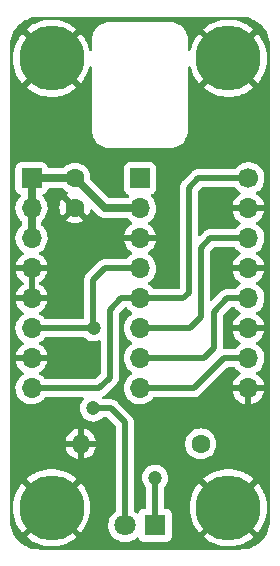
<source format=gbr>
%TF.GenerationSoftware,KiCad,Pcbnew,(6.0.0)*%
%TF.CreationDate,2022-04-15T02:41:16-04:00*%
%TF.ProjectId,JTAG_ISP-HDR,4a544147-5f49-4535-902d-4844522e6b69,v5.4.0*%
%TF.SameCoordinates,Original*%
%TF.FileFunction,Copper,L2,Bot*%
%TF.FilePolarity,Positive*%
%FSLAX46Y46*%
G04 Gerber Fmt 4.6, Leading zero omitted, Abs format (unit mm)*
G04 Created by KiCad (PCBNEW (6.0.0)) date 2022-04-15 02:41:16*
%MOMM*%
%LPD*%
G01*
G04 APERTURE LIST*
%TA.AperFunction,ComponentPad*%
%ADD10C,1.700000*%
%TD*%
%TA.AperFunction,ComponentPad*%
%ADD11O,1.700000X1.700000*%
%TD*%
%TA.AperFunction,ComponentPad*%
%ADD12C,5.499999*%
%TD*%
%TA.AperFunction,ComponentPad*%
%ADD13R,1.700000X1.700000*%
%TD*%
%TA.AperFunction,ComponentPad*%
%ADD14R,1.800000X1.800000*%
%TD*%
%TA.AperFunction,ComponentPad*%
%ADD15C,1.800000*%
%TD*%
%TA.AperFunction,ComponentPad*%
%ADD16C,1.600000*%
%TD*%
%TA.AperFunction,ComponentPad*%
%ADD17O,1.600000X1.600000*%
%TD*%
%TA.AperFunction,ViaPad*%
%ADD18C,1.200000*%
%TD*%
%TA.AperFunction,Conductor*%
%ADD19C,0.635000*%
%TD*%
%TA.AperFunction,Conductor*%
%ADD20C,0.254000*%
%TD*%
%TA.AperFunction,Conductor*%
%ADD21C,0.508000*%
%TD*%
G04 APERTURE END LIST*
D10*
%TO.P,J2,1,Pin_1*%
%TO.N,TCK*%
X120887020Y-62397568D03*
D11*
%TO.P,J2,2,Pin_2*%
%TO.N,GND*%
X120887020Y-64937568D03*
%TO.P,J2,3,Pin_3*%
%TO.N,RESET*%
X120887020Y-67477568D03*
%TO.P,J2,4,Pin_4*%
%TO.N,GND*%
X120887020Y-70017568D03*
%TO.P,J2,5,Pin_5*%
%TO.N,TDI*%
X120887020Y-72557568D03*
%TO.P,J2,6,Pin_6*%
%TO.N,GND*%
X120887020Y-75097568D03*
%TO.P,J2,7,Pin_7*%
%TO.N,TMS*%
X120887020Y-77637568D03*
%TO.P,J2,8,Pin_8*%
%TO.N,GND*%
X120887020Y-80177568D03*
%TD*%
D12*
%TO.P,REF\u002A\u002A,1*%
%TO.N,GND*%
X119195009Y-90291801D03*
%TD*%
D13*
%TO.P,J1,1,Pin_1*%
%TO.N,+5V*%
X102525004Y-62397568D03*
D11*
%TO.P,J1,2,Pin_2*%
X102525004Y-64937568D03*
%TO.P,J1,3,Pin_3*%
X102525004Y-67477568D03*
%TO.P,J1,4,Pin_4*%
%TO.N,GND*%
X102525004Y-70017568D03*
%TO.P,J1,5,Pin_5*%
X102525004Y-72557568D03*
%TO.P,J1,6,Pin_6*%
%TO.N,TDO*%
X102525004Y-75097568D03*
%TO.P,J1,7,Pin_7*%
%TO.N,GND*%
X102525004Y-77637568D03*
%TO.P,J1,8,Pin_8*%
%TO.N,TCK*%
X102525004Y-80177568D03*
%TD*%
D12*
%TO.P,REF\u002A\u002A,1*%
%TO.N,GND*%
X104217011Y-90291801D03*
%TD*%
D14*
%TO.P,D1,1,K*%
%TO.N,Net-(D1-Pad1)*%
X112976000Y-91789377D03*
D15*
%TO.P,D1,2,A*%
%TO.N,TDO*%
X110436000Y-91789377D03*
%TD*%
D13*
%TO.P,JTAG1,1,#MCLR*%
%TO.N,unconnected-(JTAG1-Pad1)*%
X111706012Y-62397568D03*
D11*
%TO.P,JTAG1,2,VDD*%
%TO.N,+5V*%
X111706012Y-64937568D03*
%TO.P,JTAG1,3,GND*%
%TO.N,GND*%
X111706012Y-67477568D03*
%TO.P,JTAG1,4,TDO*%
%TO.N,TDO*%
X111706012Y-70017568D03*
%TO.P,JTAG1,5,TCK*%
%TO.N,TCK*%
X111706012Y-72557568D03*
%TO.P,JTAG1,6,#RESET*%
%TO.N,RESET*%
X111706012Y-75097568D03*
%TO.P,JTAG1,7,TDI*%
%TO.N,TDI*%
X111706012Y-77637568D03*
%TO.P,JTAG1,8,TMS*%
%TO.N,TMS*%
X111706012Y-80177568D03*
%TD*%
D12*
%TO.P,REF\u002A\u002A,1*%
%TO.N,GND*%
X104217011Y-52255381D03*
%TD*%
%TO.P,REF\u002A\u002A,1*%
%TO.N,GND*%
X119195009Y-52255381D03*
%TD*%
D16*
%TO.P,C1,1*%
%TO.N,+5V*%
X106201021Y-62389369D03*
%TO.P,C1,2*%
%TO.N,GND*%
X106201021Y-64889369D03*
%TD*%
%TO.P,R1,1*%
%TO.N,Net-(D1-Pad1)*%
X116851024Y-84889365D03*
D17*
%TO.P,R1,2*%
%TO.N,GND*%
X106691024Y-84889365D03*
%TD*%
D18*
%TO.N,Net-(D1-Pad1)*%
X112976012Y-87764378D03*
%TO.N,TDO*%
X107751021Y-81889371D03*
X107789521Y-75097561D03*
%TD*%
D19*
%TO.N,+5V*%
X102525004Y-62397568D02*
X102525004Y-64937568D01*
X108749220Y-64937568D02*
X106201021Y-62389369D01*
X102525004Y-62397568D02*
X106192822Y-62397568D01*
X106192822Y-62397568D02*
X106201021Y-62389369D01*
X102525004Y-64937568D02*
X102525004Y-67477568D01*
X111706012Y-64937568D02*
X108749220Y-64937568D01*
D20*
%TO.N,GND*%
X122451021Y-64939369D02*
X122451021Y-55511393D01*
X102525004Y-72557568D02*
X101032822Y-72557568D01*
X120887020Y-64937568D02*
X122449220Y-64937568D01*
X122409220Y-75097568D02*
X122451021Y-75139369D01*
X101032822Y-72557568D02*
X100951021Y-72639369D01*
X100951021Y-55521371D02*
X104217011Y-52255381D01*
X100952822Y-77637568D02*
X100951021Y-77639369D01*
X100951021Y-72639369D02*
X100951021Y-70089369D01*
X101051017Y-84889365D02*
X100951021Y-84789369D01*
X122449220Y-64937568D02*
X122451021Y-64939369D01*
X122429220Y-70017568D02*
X122451021Y-70039369D01*
X122451021Y-55511393D02*
X119195009Y-52255381D01*
X102525004Y-70017568D02*
X101022822Y-70017568D01*
X106691024Y-84889365D02*
X101051017Y-84889365D01*
X120887020Y-75097568D02*
X122409220Y-75097568D01*
X120887020Y-80177568D02*
X122451021Y-80177568D01*
X102525004Y-77637568D02*
X100952822Y-77637568D01*
X100951021Y-84789369D02*
X100951021Y-77639369D01*
X122451021Y-75139369D02*
X122451021Y-70039369D01*
X104217011Y-90291801D02*
X100951021Y-87025811D01*
X100951021Y-70089369D02*
X100951021Y-55521371D01*
X100951021Y-87025811D02*
X100951021Y-84789369D01*
X120887020Y-70017568D02*
X122429220Y-70017568D01*
X102525004Y-72557568D02*
X102525004Y-70017568D01*
X100951021Y-77639369D02*
X100951021Y-72639369D01*
X122451021Y-80177568D02*
X122451021Y-75139369D01*
X122451021Y-70039369D02*
X122451021Y-64939369D01*
X101022822Y-70017568D02*
X100951021Y-70089369D01*
D21*
%TO.N,Net-(D1-Pad1)*%
X112976012Y-91789381D02*
X112976012Y-87764378D01*
%TO.N,TDO*%
X107751021Y-75059061D02*
X107751021Y-70989369D01*
X108722829Y-70017561D02*
X111706010Y-70017561D01*
X109251023Y-81889371D02*
X110436012Y-83074360D01*
X110436012Y-83074360D02*
X110436012Y-91789381D01*
X107751021Y-81889371D02*
X109251023Y-81889371D01*
X107751021Y-70989369D02*
X108722829Y-70017561D01*
X107789521Y-75097561D02*
X107751021Y-75059061D01*
X102525010Y-75097561D02*
X107789521Y-75097561D01*
%TO.N,TCK*%
X108262829Y-80177561D02*
X109151021Y-79289369D01*
X114268770Y-72557568D02*
X115382822Y-72557568D01*
X114268756Y-72557568D02*
X114268763Y-72557561D01*
X110132822Y-72557568D02*
X111706012Y-72557568D01*
X115835501Y-63204889D02*
X116642829Y-62397561D01*
X102525010Y-80177561D02*
X108262829Y-80177561D01*
X115835501Y-72104889D02*
X115835501Y-63204889D01*
X109151021Y-73539369D02*
X110132822Y-72557568D01*
X116642829Y-62397561D02*
X120887010Y-62397561D01*
X111706012Y-72557568D02*
X114268756Y-72557568D01*
X109151021Y-79289369D02*
X109151021Y-73539369D01*
X114268763Y-72557561D02*
X114268770Y-72557568D01*
X115382822Y-72557568D02*
X115835501Y-72104889D01*
%TO.N,RESET*%
X116851021Y-74189369D02*
X115942822Y-75097568D01*
X114776770Y-75097568D02*
X114776763Y-75097561D01*
X115942822Y-75097568D02*
X114776770Y-75097568D01*
X116851021Y-68289369D02*
X116851021Y-74189369D01*
X120887010Y-67477561D02*
X117662829Y-67477561D01*
X114776763Y-75097561D02*
X111706010Y-75097561D01*
X117662829Y-67477561D02*
X116851021Y-68289369D01*
%TO.N,TDI*%
X117951021Y-76789369D02*
X117102829Y-77637561D01*
X117102829Y-77637561D02*
X111706010Y-77637561D01*
X120887010Y-72557561D02*
X119082829Y-72557561D01*
X117951021Y-73689369D02*
X117951021Y-76789369D01*
X119082829Y-72557561D02*
X117951021Y-73689369D01*
%TO.N,TMS*%
X118802829Y-77637561D02*
X120887010Y-77637561D01*
X111706010Y-80177561D02*
X116262829Y-80177561D01*
X116262829Y-80177561D02*
X118802829Y-77637561D01*
%TD*%
%TA.AperFunction,Conductor*%
%TO.N,GND*%
G36*
X120214988Y-48714869D02*
G01*
X120229866Y-48717186D01*
X120229870Y-48717186D01*
X120238739Y-48718567D01*
X120255908Y-48716322D01*
X120279848Y-48715489D01*
X120537779Y-48731091D01*
X120552883Y-48732925D01*
X120623657Y-48745895D01*
X120833888Y-48784421D01*
X120848650Y-48788059D01*
X121121417Y-48873056D01*
X121135636Y-48878450D01*
X121396149Y-48995697D01*
X121409618Y-49002766D01*
X121654104Y-49150563D01*
X121666626Y-49159206D01*
X121891516Y-49335397D01*
X121902904Y-49345487D01*
X122104903Y-49547486D01*
X122114993Y-49558874D01*
X122291184Y-49783764D01*
X122299827Y-49796286D01*
X122447624Y-50040772D01*
X122454693Y-50054241D01*
X122571939Y-50314751D01*
X122577334Y-50328973D01*
X122653099Y-50572110D01*
X122662330Y-50601734D01*
X122665969Y-50616502D01*
X122704495Y-50826733D01*
X122717465Y-50897507D01*
X122719299Y-50912611D01*
X122734464Y-51163310D01*
X122733207Y-51190020D01*
X122733204Y-51190240D01*
X122731823Y-51199111D01*
X122732987Y-51208013D01*
X122732987Y-51208016D01*
X122735945Y-51230632D01*
X122737009Y-51246970D01*
X122737009Y-91292473D01*
X122735509Y-91311858D01*
X122733484Y-91324866D01*
X122731823Y-91335531D01*
X122734023Y-91352355D01*
X122734068Y-91352698D01*
X122734901Y-91376640D01*
X122719299Y-91634571D01*
X122717465Y-91649675D01*
X122665971Y-91930674D01*
X122662331Y-91945442D01*
X122577771Y-92216805D01*
X122577335Y-92218205D01*
X122571940Y-92232428D01*
X122494917Y-92403568D01*
X122454695Y-92492937D01*
X122447624Y-92506410D01*
X122299827Y-92750896D01*
X122291184Y-92763418D01*
X122114993Y-92988308D01*
X122104903Y-92999696D01*
X121902904Y-93201695D01*
X121891516Y-93211785D01*
X121666626Y-93387976D01*
X121654104Y-93396619D01*
X121409618Y-93544416D01*
X121396149Y-93551485D01*
X121135639Y-93668731D01*
X121121417Y-93674126D01*
X120848650Y-93759123D01*
X120833888Y-93762761D01*
X120623657Y-93801287D01*
X120552883Y-93814257D01*
X120537779Y-93816091D01*
X120287080Y-93831256D01*
X120260370Y-93829999D01*
X120260150Y-93829996D01*
X120251279Y-93828615D01*
X120242377Y-93829779D01*
X120242374Y-93829779D01*
X120219758Y-93832737D01*
X120203420Y-93833801D01*
X103216339Y-93833801D01*
X103196954Y-93832301D01*
X103182153Y-93829996D01*
X103182150Y-93829996D01*
X103173281Y-93828615D01*
X103156112Y-93830860D01*
X103132172Y-93831693D01*
X102874241Y-93816091D01*
X102859137Y-93814257D01*
X102788363Y-93801287D01*
X102578132Y-93762761D01*
X102563370Y-93759123D01*
X102290603Y-93674126D01*
X102276381Y-93668731D01*
X102015871Y-93551485D01*
X102002402Y-93544416D01*
X101757916Y-93396619D01*
X101745394Y-93387976D01*
X101520504Y-93211785D01*
X101509116Y-93201695D01*
X101307117Y-92999696D01*
X101297027Y-92988308D01*
X101126925Y-92771190D01*
X102102553Y-92771190D01*
X102110689Y-92782195D01*
X102370950Y-92981899D01*
X102376549Y-92985733D01*
X102672273Y-93165536D01*
X102678263Y-93168748D01*
X102991669Y-93315558D01*
X102997973Y-93318105D01*
X103325395Y-93430206D01*
X103331946Y-93432060D01*
X103669551Y-93508142D01*
X103676270Y-93509279D01*
X104020124Y-93548457D01*
X104026914Y-93548860D01*
X104372984Y-93550672D01*
X104379785Y-93550340D01*
X104724031Y-93514766D01*
X104730759Y-93513700D01*
X105069155Y-93441153D01*
X105075704Y-93439374D01*
X105404289Y-93330705D01*
X105410631Y-93328219D01*
X105725534Y-93184710D01*
X105731588Y-93181545D01*
X106029138Y-93004873D01*
X106034819Y-93001070D01*
X106311557Y-92793290D01*
X106316781Y-92788906D01*
X106323248Y-92782854D01*
X106331317Y-92769174D01*
X106331290Y-92768450D01*
X106326146Y-92760147D01*
X104229821Y-90663821D01*
X104215880Y-90656209D01*
X104214045Y-90656340D01*
X104207431Y-90660591D01*
X102109434Y-92758589D01*
X102102553Y-92771190D01*
X101126925Y-92771190D01*
X101120836Y-92763418D01*
X101112193Y-92750896D01*
X100964396Y-92506410D01*
X100957325Y-92492937D01*
X100917104Y-92403568D01*
X100840080Y-92232428D01*
X100834685Y-92218205D01*
X100834249Y-92216805D01*
X100749689Y-91945442D01*
X100746049Y-91930674D01*
X100694555Y-91649675D01*
X100692721Y-91634571D01*
X100677556Y-91383872D01*
X100678813Y-91357162D01*
X100678816Y-91356942D01*
X100680197Y-91348071D01*
X100678558Y-91335531D01*
X100676075Y-91316550D01*
X100675011Y-91300212D01*
X100675011Y-90283808D01*
X100954419Y-90283808D01*
X100971929Y-90629460D01*
X100972639Y-90636216D01*
X101027375Y-90977942D01*
X101028814Y-90984597D01*
X101120134Y-91318405D01*
X101122283Y-91324866D01*
X101249122Y-91646867D01*
X101251953Y-91653050D01*
X101412823Y-91959464D01*
X101416317Y-91965325D01*
X101609329Y-92252555D01*
X101613439Y-92258009D01*
X101728922Y-92395150D01*
X101741661Y-92403594D01*
X101752104Y-92397497D01*
X103844991Y-90304611D01*
X103851368Y-90292932D01*
X104581419Y-90292932D01*
X104581550Y-90294767D01*
X104585801Y-90301381D01*
X106680564Y-92396143D01*
X106694160Y-92403568D01*
X106703773Y-92396867D01*
X106799855Y-92285161D01*
X106804013Y-92279761D01*
X107000033Y-91994552D01*
X107003580Y-91988741D01*
X107167644Y-91684039D01*
X107170551Y-91677861D01*
X107300754Y-91357212D01*
X107302968Y-91350782D01*
X107397779Y-91017944D01*
X107399286Y-91011314D01*
X107457600Y-90670163D01*
X107458380Y-90663423D01*
X107479605Y-90316377D01*
X107479721Y-90312774D01*
X107479789Y-90293620D01*
X107479697Y-90289995D01*
X107460895Y-89942824D01*
X107460160Y-89936058D01*
X107404234Y-89594539D01*
X107402767Y-89587867D01*
X107310288Y-89254399D01*
X107308114Y-89247936D01*
X107180152Y-88926383D01*
X107177296Y-88920203D01*
X107015358Y-88614355D01*
X107011858Y-88608530D01*
X106817822Y-88321940D01*
X106813715Y-88316530D01*
X106705100Y-88188456D01*
X106692275Y-88180020D01*
X106681951Y-88186072D01*
X104589031Y-90278991D01*
X104581419Y-90292932D01*
X103851368Y-90292932D01*
X103852603Y-90290670D01*
X103852472Y-90288835D01*
X103848221Y-90282221D01*
X101753469Y-88187470D01*
X101739932Y-88180078D01*
X101730230Y-88186866D01*
X101627219Y-88307477D01*
X101623086Y-88312882D01*
X101428062Y-88598777D01*
X101424541Y-88604590D01*
X101261533Y-88909875D01*
X101258647Y-88916065D01*
X101129569Y-89237158D01*
X101127378Y-89243593D01*
X101033726Y-89576769D01*
X101032243Y-89583404D01*
X100975124Y-89924737D01*
X100974365Y-89931509D01*
X100954443Y-90277013D01*
X100954419Y-90283808D01*
X100675011Y-90283808D01*
X100675011Y-87814036D01*
X102102334Y-87814036D01*
X102102368Y-87814875D01*
X102107423Y-87823002D01*
X104204201Y-89919781D01*
X104218142Y-89927393D01*
X104219977Y-89927262D01*
X104226591Y-89923011D01*
X106324441Y-87825160D01*
X106332055Y-87811216D01*
X106331987Y-87810262D01*
X106328033Y-87804283D01*
X106053675Y-87595278D01*
X106048051Y-87591456D01*
X105751710Y-87412692D01*
X105745703Y-87409499D01*
X105431800Y-87263789D01*
X105425477Y-87261260D01*
X105097665Y-87150302D01*
X105091107Y-87148472D01*
X104753243Y-87073568D01*
X104746514Y-87072454D01*
X104402526Y-87034477D01*
X104395746Y-87034098D01*
X104049647Y-87033495D01*
X104042874Y-87033850D01*
X103698737Y-87070627D01*
X103692027Y-87071714D01*
X103353895Y-87145439D01*
X103347320Y-87147250D01*
X103019128Y-87257061D01*
X103012806Y-87259564D01*
X102698399Y-87404175D01*
X102692356Y-87407361D01*
X102395417Y-87585075D01*
X102389757Y-87588893D01*
X102113744Y-87797642D01*
X102110152Y-87800676D01*
X102102334Y-87814036D01*
X100675011Y-87814036D01*
X100675011Y-85155887D01*
X105408297Y-85155887D01*
X105455788Y-85333126D01*
X105459534Y-85343418D01*
X105551610Y-85540876D01*
X105557093Y-85550372D01*
X105682052Y-85728832D01*
X105689108Y-85737240D01*
X105843149Y-85891281D01*
X105851557Y-85898337D01*
X106030017Y-86023296D01*
X106039513Y-86028779D01*
X106236971Y-86120855D01*
X106247263Y-86124601D01*
X106419527Y-86170759D01*
X106433623Y-86170423D01*
X106437024Y-86162481D01*
X106437024Y-86157332D01*
X106945024Y-86157332D01*
X106948997Y-86170863D01*
X106957546Y-86172092D01*
X107134785Y-86124601D01*
X107145077Y-86120855D01*
X107342535Y-86028779D01*
X107352031Y-86023296D01*
X107530491Y-85898337D01*
X107538899Y-85891281D01*
X107692940Y-85737240D01*
X107699996Y-85728832D01*
X107824955Y-85550372D01*
X107830438Y-85540876D01*
X107922514Y-85343418D01*
X107926260Y-85333126D01*
X107972418Y-85160862D01*
X107972082Y-85146766D01*
X107964140Y-85143365D01*
X106963139Y-85143365D01*
X106947900Y-85147840D01*
X106946695Y-85149230D01*
X106945024Y-85156913D01*
X106945024Y-86157332D01*
X106437024Y-86157332D01*
X106437024Y-85161480D01*
X106432549Y-85146241D01*
X106431159Y-85145036D01*
X106423476Y-85143365D01*
X105423057Y-85143365D01*
X105409526Y-85147338D01*
X105408297Y-85155887D01*
X100675011Y-85155887D01*
X100675011Y-84617868D01*
X105409630Y-84617868D01*
X105409966Y-84631964D01*
X105417908Y-84635365D01*
X106418909Y-84635365D01*
X106434148Y-84630890D01*
X106435353Y-84629500D01*
X106437024Y-84621817D01*
X106437024Y-84617250D01*
X106945024Y-84617250D01*
X106949499Y-84632489D01*
X106950889Y-84633694D01*
X106958572Y-84635365D01*
X107958991Y-84635365D01*
X107972522Y-84631392D01*
X107973751Y-84622843D01*
X107926260Y-84445604D01*
X107922514Y-84435312D01*
X107830438Y-84237854D01*
X107824955Y-84228358D01*
X107699996Y-84049898D01*
X107692940Y-84041490D01*
X107538899Y-83887449D01*
X107530491Y-83880393D01*
X107352031Y-83755434D01*
X107342535Y-83749951D01*
X107145077Y-83657875D01*
X107134785Y-83654129D01*
X106962521Y-83607971D01*
X106948425Y-83608307D01*
X106945024Y-83616249D01*
X106945024Y-84617250D01*
X106437024Y-84617250D01*
X106437024Y-83621398D01*
X106433051Y-83607867D01*
X106424502Y-83606638D01*
X106247263Y-83654129D01*
X106236971Y-83657875D01*
X106039513Y-83749951D01*
X106030017Y-83755434D01*
X105851557Y-83880393D01*
X105843149Y-83887449D01*
X105689108Y-84041490D01*
X105682052Y-84049898D01*
X105557093Y-84228358D01*
X105551610Y-84237854D01*
X105459534Y-84435312D01*
X105455788Y-84445604D01*
X105409630Y-84617868D01*
X100675011Y-84617868D01*
X100675011Y-80144263D01*
X101162255Y-80144263D01*
X101175114Y-80367283D01*
X101176251Y-80372329D01*
X101176252Y-80372335D01*
X101190453Y-80435346D01*
X101224226Y-80585207D01*
X101273897Y-80707533D01*
X101303168Y-80779618D01*
X101308270Y-80792184D01*
X101327611Y-80823746D01*
X101401784Y-80944785D01*
X101424991Y-80982656D01*
X101571254Y-81151506D01*
X101743130Y-81294200D01*
X101936004Y-81406906D01*
X102144696Y-81486598D01*
X102149764Y-81487629D01*
X102149767Y-81487630D01*
X102244866Y-81506978D01*
X102363601Y-81531135D01*
X102368776Y-81531325D01*
X102368778Y-81531325D01*
X102581677Y-81539132D01*
X102581681Y-81539132D01*
X102586841Y-81539321D01*
X102591961Y-81538665D01*
X102591963Y-81538665D01*
X102803292Y-81511593D01*
X102803293Y-81511593D01*
X102808420Y-81510936D01*
X102813370Y-81509451D01*
X103017433Y-81448229D01*
X103017438Y-81448227D01*
X103022388Y-81446742D01*
X103222998Y-81348464D01*
X103404864Y-81218741D01*
X103420452Y-81203208D01*
X103486213Y-81137675D01*
X103563100Y-81061057D01*
X103597116Y-81013719D01*
X103612338Y-80992535D01*
X103668333Y-80948887D01*
X103714661Y-80940061D01*
X106827989Y-80940061D01*
X106896110Y-80960063D01*
X106942603Y-81013719D01*
X106952707Y-81083993D01*
X106926939Y-81144067D01*
X106914822Y-81159437D01*
X106817372Y-81283052D01*
X106814683Y-81288163D01*
X106814681Y-81288166D01*
X106782957Y-81348464D01*
X106722513Y-81463349D01*
X106662099Y-81657914D01*
X106638153Y-81860230D01*
X106651478Y-82063522D01*
X106701626Y-82260981D01*
X106786919Y-82445995D01*
X106904500Y-82612368D01*
X107050431Y-82754528D01*
X107055227Y-82757733D01*
X107055230Y-82757735D01*
X107061233Y-82761746D01*
X107219824Y-82867713D01*
X107225127Y-82869991D01*
X107225130Y-82869993D01*
X107314136Y-82908233D01*
X107407008Y-82948134D01*
X107479838Y-82964614D01*
X107600076Y-82991821D01*
X107600081Y-82991822D01*
X107605713Y-82993096D01*
X107611484Y-82993323D01*
X107611486Y-82993323D01*
X107674491Y-82995798D01*
X107809284Y-83001094D01*
X108010904Y-82971861D01*
X108016368Y-82970006D01*
X108016373Y-82970005D01*
X108198348Y-82908233D01*
X108198353Y-82908231D01*
X108203820Y-82906375D01*
X108381572Y-82806829D01*
X108532869Y-82680997D01*
X108598032Y-82652816D01*
X108613437Y-82651871D01*
X108882995Y-82651871D01*
X108951116Y-82671873D01*
X108972090Y-82688776D01*
X109636607Y-83353293D01*
X109670633Y-83415605D01*
X109673512Y-83442388D01*
X109673512Y-90537499D01*
X109653510Y-90605620D01*
X109623166Y-90638258D01*
X109497655Y-90732494D01*
X109337639Y-90899941D01*
X109207119Y-91091276D01*
X109109602Y-91301358D01*
X109047707Y-91524546D01*
X109023095Y-91754846D01*
X109036427Y-91986074D01*
X109037564Y-91991120D01*
X109037565Y-91991126D01*
X109069741Y-92133900D01*
X109087346Y-92212019D01*
X109089288Y-92216801D01*
X109089289Y-92216805D01*
X109172540Y-92421827D01*
X109174484Y-92426614D01*
X109295501Y-92624096D01*
X109447147Y-92799161D01*
X109625349Y-92947107D01*
X109825322Y-93063961D01*
X110041694Y-93146586D01*
X110046760Y-93147617D01*
X110046761Y-93147617D01*
X110099846Y-93158417D01*
X110268656Y-93192762D01*
X110398089Y-93197508D01*
X110494949Y-93201060D01*
X110494953Y-93201060D01*
X110500113Y-93201249D01*
X110505233Y-93200593D01*
X110505235Y-93200593D01*
X110579166Y-93191122D01*
X110729847Y-93171819D01*
X110734795Y-93170334D01*
X110734802Y-93170333D01*
X110946747Y-93106746D01*
X110951690Y-93105263D01*
X111032236Y-93065804D01*
X111155049Y-93005639D01*
X111155052Y-93005637D01*
X111159684Y-93003368D01*
X111348243Y-92868871D01*
X111393309Y-92823962D01*
X111455681Y-92790046D01*
X111526487Y-92795234D01*
X111583249Y-92837880D01*
X111600231Y-92868984D01*
X111625385Y-92936082D01*
X111712739Y-93052638D01*
X111829295Y-93139992D01*
X111965684Y-93191122D01*
X112027866Y-93197877D01*
X113924134Y-93197877D01*
X113986316Y-93191122D01*
X114122705Y-93139992D01*
X114239261Y-93052638D01*
X114326615Y-92936082D01*
X114377745Y-92799693D01*
X114380841Y-92771190D01*
X117080551Y-92771190D01*
X117088687Y-92782195D01*
X117348948Y-92981899D01*
X117354547Y-92985733D01*
X117650271Y-93165536D01*
X117656261Y-93168748D01*
X117969667Y-93315558D01*
X117975971Y-93318105D01*
X118303393Y-93430206D01*
X118309944Y-93432060D01*
X118647549Y-93508142D01*
X118654268Y-93509279D01*
X118998122Y-93548457D01*
X119004912Y-93548860D01*
X119350982Y-93550672D01*
X119357783Y-93550340D01*
X119702029Y-93514766D01*
X119708757Y-93513700D01*
X120047153Y-93441153D01*
X120053702Y-93439374D01*
X120382287Y-93330705D01*
X120388629Y-93328219D01*
X120703532Y-93184710D01*
X120709586Y-93181545D01*
X121007136Y-93004873D01*
X121012817Y-93001070D01*
X121289555Y-92793290D01*
X121294779Y-92788906D01*
X121301246Y-92782854D01*
X121309315Y-92769174D01*
X121309288Y-92768450D01*
X121304144Y-92760147D01*
X119207819Y-90663821D01*
X119193878Y-90656209D01*
X119192043Y-90656340D01*
X119185429Y-90660591D01*
X117087432Y-92758589D01*
X117080551Y-92771190D01*
X114380841Y-92771190D01*
X114384500Y-92737511D01*
X114384500Y-90841243D01*
X114377745Y-90779061D01*
X114326615Y-90642672D01*
X114239261Y-90526116D01*
X114122705Y-90438762D01*
X113986316Y-90387632D01*
X113924134Y-90380877D01*
X113864512Y-90380877D01*
X113796391Y-90360875D01*
X113749898Y-90307219D01*
X113744805Y-90283808D01*
X115932417Y-90283808D01*
X115949927Y-90629460D01*
X115950637Y-90636216D01*
X116005373Y-90977942D01*
X116006812Y-90984597D01*
X116098132Y-91318405D01*
X116100281Y-91324866D01*
X116227120Y-91646867D01*
X116229951Y-91653050D01*
X116390821Y-91959464D01*
X116394315Y-91965325D01*
X116587327Y-92252555D01*
X116591437Y-92258009D01*
X116706920Y-92395150D01*
X116719659Y-92403594D01*
X116730102Y-92397497D01*
X118822989Y-90304611D01*
X118829366Y-90292932D01*
X119559417Y-90292932D01*
X119559548Y-90294767D01*
X119563799Y-90301381D01*
X121658562Y-92396143D01*
X121672158Y-92403568D01*
X121681771Y-92396867D01*
X121777853Y-92285161D01*
X121782011Y-92279761D01*
X121978031Y-91994552D01*
X121981578Y-91988741D01*
X122145642Y-91684039D01*
X122148549Y-91677861D01*
X122278752Y-91357212D01*
X122280966Y-91350782D01*
X122375777Y-91017944D01*
X122377284Y-91011314D01*
X122435598Y-90670163D01*
X122436378Y-90663423D01*
X122457603Y-90316377D01*
X122457719Y-90312774D01*
X122457787Y-90293620D01*
X122457695Y-90289995D01*
X122438893Y-89942824D01*
X122438158Y-89936058D01*
X122382232Y-89594539D01*
X122380765Y-89587867D01*
X122288286Y-89254399D01*
X122286112Y-89247936D01*
X122158150Y-88926383D01*
X122155294Y-88920203D01*
X121993356Y-88614355D01*
X121989856Y-88608530D01*
X121795820Y-88321940D01*
X121791713Y-88316530D01*
X121683098Y-88188456D01*
X121670273Y-88180020D01*
X121659949Y-88186072D01*
X119567029Y-90278991D01*
X119559417Y-90292932D01*
X118829366Y-90292932D01*
X118830601Y-90290670D01*
X118830470Y-90288835D01*
X118826219Y-90282221D01*
X116731467Y-88187470D01*
X116717930Y-88180078D01*
X116708228Y-88186866D01*
X116605217Y-88307477D01*
X116601084Y-88312882D01*
X116406060Y-88598777D01*
X116402539Y-88604590D01*
X116239531Y-88909875D01*
X116236645Y-88916065D01*
X116107567Y-89237158D01*
X116105376Y-89243593D01*
X116011724Y-89576769D01*
X116010241Y-89583404D01*
X115953122Y-89924737D01*
X115952363Y-89931509D01*
X115932441Y-90277013D01*
X115932417Y-90283808D01*
X113744805Y-90283808D01*
X113738512Y-90254877D01*
X113738512Y-88626794D01*
X113758514Y-88558673D01*
X113767638Y-88546225D01*
X113889772Y-88399375D01*
X113893470Y-88394929D01*
X113993016Y-88217177D01*
X113994872Y-88211710D01*
X113994874Y-88211705D01*
X114056646Y-88029730D01*
X114056647Y-88029725D01*
X114058502Y-88024261D01*
X114087735Y-87822641D01*
X114087960Y-87814036D01*
X117080332Y-87814036D01*
X117080366Y-87814875D01*
X117085421Y-87823002D01*
X119182199Y-89919781D01*
X119196140Y-89927393D01*
X119197975Y-89927262D01*
X119204589Y-89923011D01*
X121302439Y-87825160D01*
X121310053Y-87811216D01*
X121309985Y-87810262D01*
X121306031Y-87804283D01*
X121031673Y-87595278D01*
X121026049Y-87591456D01*
X120729708Y-87412692D01*
X120723701Y-87409499D01*
X120409798Y-87263789D01*
X120403475Y-87261260D01*
X120075663Y-87150302D01*
X120069105Y-87148472D01*
X119731241Y-87073568D01*
X119724512Y-87072454D01*
X119380524Y-87034477D01*
X119373744Y-87034098D01*
X119027645Y-87033495D01*
X119020872Y-87033850D01*
X118676735Y-87070627D01*
X118670025Y-87071714D01*
X118331893Y-87145439D01*
X118325318Y-87147250D01*
X117997126Y-87257061D01*
X117990804Y-87259564D01*
X117676397Y-87404175D01*
X117670354Y-87407361D01*
X117373415Y-87585075D01*
X117367755Y-87588893D01*
X117091742Y-87797642D01*
X117088150Y-87800676D01*
X117080332Y-87814036D01*
X114087960Y-87814036D01*
X114089261Y-87764378D01*
X114070620Y-87561504D01*
X114028650Y-87412692D01*
X114016887Y-87370984D01*
X114016886Y-87370982D01*
X114015319Y-87365425D01*
X114004692Y-87343874D01*
X113927768Y-87187888D01*
X113925213Y-87182707D01*
X113906808Y-87158059D01*
X113806770Y-87024093D01*
X113806770Y-87024092D01*
X113803317Y-87019469D01*
X113653715Y-86881178D01*
X113607687Y-86852137D01*
X113486300Y-86775547D01*
X113486295Y-86775545D01*
X113481416Y-86772466D01*
X113292192Y-86696973D01*
X113092378Y-86657227D01*
X113086604Y-86657151D01*
X113086600Y-86657151D01*
X112983464Y-86655802D01*
X112888667Y-86654561D01*
X112882970Y-86655540D01*
X112882969Y-86655540D01*
X112693579Y-86688083D01*
X112687882Y-86689062D01*
X112496746Y-86759576D01*
X112321661Y-86863741D01*
X112168490Y-86998068D01*
X112164923Y-87002593D01*
X112164918Y-87002598D01*
X112108970Y-87073568D01*
X112042363Y-87158059D01*
X111947504Y-87338356D01*
X111887090Y-87532921D01*
X111863144Y-87735237D01*
X111876469Y-87938529D01*
X111926617Y-88135988D01*
X112011910Y-88321002D01*
X112129491Y-88487375D01*
X112133625Y-88491402D01*
X112175434Y-88532131D01*
X112210271Y-88593993D01*
X112213512Y-88622385D01*
X112213512Y-90254877D01*
X112193510Y-90322998D01*
X112139854Y-90369491D01*
X112087512Y-90380877D01*
X112027866Y-90380877D01*
X111965684Y-90387632D01*
X111829295Y-90438762D01*
X111712739Y-90526116D01*
X111625385Y-90642672D01*
X111622233Y-90651080D01*
X111622232Y-90651082D01*
X111601538Y-90706283D01*
X111558897Y-90763048D01*
X111492335Y-90787748D01*
X111422986Y-90772541D01*
X111400167Y-90756043D01*
X111399887Y-90755735D01*
X111246419Y-90634534D01*
X111205357Y-90576618D01*
X111198512Y-90535653D01*
X111198512Y-84889365D01*
X115537526Y-84889365D01*
X115557481Y-85117452D01*
X115558905Y-85122765D01*
X115558905Y-85122767D01*
X115568055Y-85156913D01*
X115616740Y-85338608D01*
X115619063Y-85343589D01*
X115619063Y-85343590D01*
X115711175Y-85541127D01*
X115711178Y-85541132D01*
X115713501Y-85546114D01*
X115844826Y-85733665D01*
X116006724Y-85895563D01*
X116011232Y-85898720D01*
X116011235Y-85898722D01*
X116089413Y-85953463D01*
X116194275Y-86026888D01*
X116199257Y-86029211D01*
X116199262Y-86029214D01*
X116395789Y-86120855D01*
X116401781Y-86123649D01*
X116407089Y-86125071D01*
X116407091Y-86125072D01*
X116617622Y-86181484D01*
X116617624Y-86181484D01*
X116622937Y-86182908D01*
X116851024Y-86202863D01*
X117079111Y-86182908D01*
X117084424Y-86181484D01*
X117084426Y-86181484D01*
X117294957Y-86125072D01*
X117294959Y-86125071D01*
X117300267Y-86123649D01*
X117306259Y-86120855D01*
X117502786Y-86029214D01*
X117502791Y-86029211D01*
X117507773Y-86026888D01*
X117612635Y-85953463D01*
X117690813Y-85898722D01*
X117690816Y-85898720D01*
X117695324Y-85895563D01*
X117857222Y-85733665D01*
X117988547Y-85546114D01*
X117990870Y-85541132D01*
X117990873Y-85541127D01*
X118082985Y-85343590D01*
X118082985Y-85343589D01*
X118085308Y-85338608D01*
X118133994Y-85156913D01*
X118143143Y-85122767D01*
X118143143Y-85122765D01*
X118144567Y-85117452D01*
X118164522Y-84889365D01*
X118144567Y-84661278D01*
X118134268Y-84622843D01*
X118086731Y-84445432D01*
X118086730Y-84445430D01*
X118085308Y-84440122D01*
X117990990Y-84237854D01*
X117990873Y-84237603D01*
X117990870Y-84237598D01*
X117988547Y-84232616D01*
X117857222Y-84045065D01*
X117695324Y-83883167D01*
X117690816Y-83880010D01*
X117690813Y-83880008D01*
X117612635Y-83825267D01*
X117507773Y-83751842D01*
X117502791Y-83749519D01*
X117502786Y-83749516D01*
X117305249Y-83657404D01*
X117305248Y-83657404D01*
X117300267Y-83655081D01*
X117294959Y-83653659D01*
X117294957Y-83653658D01*
X117084426Y-83597246D01*
X117084424Y-83597246D01*
X117079111Y-83595822D01*
X116851024Y-83575867D01*
X116622937Y-83595822D01*
X116617624Y-83597246D01*
X116617622Y-83597246D01*
X116407091Y-83653658D01*
X116407089Y-83653659D01*
X116401781Y-83655081D01*
X116396800Y-83657404D01*
X116396799Y-83657404D01*
X116199262Y-83749516D01*
X116199257Y-83749519D01*
X116194275Y-83751842D01*
X116089413Y-83825267D01*
X116011235Y-83880008D01*
X116011232Y-83880010D01*
X116006724Y-83883167D01*
X115844826Y-84045065D01*
X115713501Y-84232616D01*
X115711178Y-84237598D01*
X115711175Y-84237603D01*
X115711058Y-84237854D01*
X115616740Y-84440122D01*
X115615318Y-84445430D01*
X115615317Y-84445432D01*
X115567780Y-84622843D01*
X115557481Y-84661278D01*
X115537526Y-84889365D01*
X111198512Y-84889365D01*
X111198512Y-83141736D01*
X111199945Y-83122786D01*
X111202136Y-83108387D01*
X111202136Y-83108383D01*
X111203236Y-83101153D01*
X111198927Y-83048174D01*
X111198512Y-83037960D01*
X111198512Y-83029835D01*
X111195205Y-83001470D01*
X111194772Y-82997095D01*
X111189415Y-82931228D01*
X111188822Y-82923934D01*
X111186568Y-82916977D01*
X111185379Y-82911023D01*
X111183961Y-82905025D01*
X111183113Y-82897753D01*
X111158064Y-82828743D01*
X111156647Y-82824616D01*
X111136280Y-82761746D01*
X111136279Y-82761744D01*
X111134025Y-82754786D01*
X111130230Y-82748533D01*
X111127685Y-82742973D01*
X111124943Y-82737499D01*
X111122446Y-82730619D01*
X111082202Y-82669236D01*
X111079856Y-82665518D01*
X111044700Y-82607584D01*
X111041785Y-82602780D01*
X111034345Y-82594355D01*
X111034374Y-82594330D01*
X111031778Y-82591404D01*
X111028973Y-82588050D01*
X111024958Y-82581925D01*
X110968425Y-82528371D01*
X110965984Y-82525994D01*
X109837833Y-81397843D01*
X109825446Y-81383430D01*
X109816818Y-81371706D01*
X109812477Y-81365807D01*
X109771968Y-81331392D01*
X109764452Y-81324462D01*
X109758708Y-81318718D01*
X109755834Y-81316444D01*
X109755827Y-81316438D01*
X109736312Y-81300999D01*
X109732908Y-81298208D01*
X109682551Y-81255426D01*
X109682547Y-81255423D01*
X109676972Y-81250687D01*
X109670455Y-81247359D01*
X109665391Y-81243982D01*
X109660167Y-81240755D01*
X109654423Y-81236211D01*
X109609247Y-81215097D01*
X109587941Y-81205139D01*
X109583990Y-81203208D01*
X109525140Y-81173158D01*
X109518619Y-81169828D01*
X109511504Y-81168087D01*
X109505758Y-81165950D01*
X109499975Y-81164026D01*
X109493344Y-81160927D01*
X109421466Y-81145977D01*
X109417194Y-81145010D01*
X109345911Y-81127567D01*
X109340312Y-81127220D01*
X109340308Y-81127219D01*
X109334693Y-81126871D01*
X109334695Y-81126832D01*
X109330794Y-81126599D01*
X109326435Y-81126210D01*
X109319267Y-81124719D01*
X109311950Y-81124917D01*
X109241446Y-81126825D01*
X109238037Y-81126871D01*
X108608611Y-81126871D01*
X108540490Y-81106869D01*
X108523073Y-81093387D01*
X108521999Y-81092394D01*
X108485560Y-81031462D01*
X108487848Y-80960502D01*
X108528136Y-80902044D01*
X108568710Y-80880010D01*
X108575437Y-80877831D01*
X108582404Y-80875574D01*
X108588666Y-80871774D01*
X108594209Y-80869236D01*
X108599685Y-80866494D01*
X108606570Y-80863995D01*
X108667961Y-80823746D01*
X108671629Y-80821431D01*
X108734410Y-80783334D01*
X108738615Y-80779620D01*
X108738618Y-80779618D01*
X108742834Y-80775894D01*
X108742860Y-80775923D01*
X108745791Y-80773323D01*
X108749145Y-80770519D01*
X108755264Y-80766507D01*
X108808818Y-80709974D01*
X108811195Y-80707533D01*
X109642549Y-79876179D01*
X109656962Y-79863792D01*
X109668686Y-79855164D01*
X109674585Y-79850823D01*
X109709000Y-79810314D01*
X109715930Y-79802798D01*
X109721674Y-79797054D01*
X109723948Y-79794180D01*
X109723954Y-79794173D01*
X109739393Y-79774658D01*
X109742184Y-79771254D01*
X109784966Y-79720897D01*
X109784969Y-79720893D01*
X109789705Y-79715318D01*
X109793033Y-79708801D01*
X109796410Y-79703737D01*
X109799637Y-79698513D01*
X109804181Y-79692769D01*
X109835253Y-79626287D01*
X109837184Y-79622336D01*
X109867234Y-79563486D01*
X109870564Y-79556965D01*
X109872305Y-79549850D01*
X109874442Y-79544104D01*
X109876366Y-79538321D01*
X109879465Y-79531690D01*
X109894415Y-79459812D01*
X109895384Y-79455531D01*
X109911491Y-79389708D01*
X109912825Y-79384257D01*
X109913204Y-79378157D01*
X109913521Y-79373039D01*
X109913560Y-79373041D01*
X109913793Y-79369140D01*
X109914182Y-79364781D01*
X109915673Y-79357613D01*
X109913567Y-79279792D01*
X109913521Y-79276383D01*
X109913521Y-73907397D01*
X109933523Y-73839276D01*
X109950426Y-73818302D01*
X110411755Y-73356973D01*
X110474067Y-73322947D01*
X110500850Y-73320068D01*
X110511554Y-73320068D01*
X110579675Y-73340070D01*
X110606791Y-73363571D01*
X110677072Y-73444705D01*
X110752262Y-73531506D01*
X110924138Y-73674200D01*
X110994607Y-73715379D01*
X110997457Y-73717044D01*
X111046181Y-73768682D01*
X111059252Y-73838465D01*
X111032521Y-73904237D01*
X110992067Y-73937595D01*
X110979619Y-73944075D01*
X110975486Y-73947178D01*
X110975483Y-73947180D01*
X110828688Y-74057397D01*
X110800977Y-74078203D01*
X110646641Y-74239706D01*
X110643727Y-74243978D01*
X110643726Y-74243979D01*
X110620857Y-74277504D01*
X110520755Y-74424248D01*
X110426700Y-74626873D01*
X110367001Y-74842138D01*
X110343263Y-75064263D01*
X110343560Y-75069416D01*
X110343560Y-75069419D01*
X110348719Y-75158888D01*
X110356122Y-75287283D01*
X110357259Y-75292329D01*
X110357260Y-75292335D01*
X110370609Y-75351568D01*
X110405234Y-75505207D01*
X110466685Y-75656544D01*
X110478855Y-75686514D01*
X110489278Y-75712184D01*
X110530828Y-75779987D01*
X110582433Y-75864199D01*
X110605999Y-75902656D01*
X110752262Y-76071506D01*
X110924138Y-76214200D01*
X110969606Y-76240769D01*
X110997457Y-76257044D01*
X111046181Y-76308682D01*
X111059252Y-76378465D01*
X111032521Y-76444237D01*
X110992067Y-76477595D01*
X110979619Y-76484075D01*
X110975486Y-76487178D01*
X110975483Y-76487180D01*
X110951259Y-76505368D01*
X110800977Y-76618203D01*
X110646641Y-76779706D01*
X110643727Y-76783978D01*
X110643726Y-76783979D01*
X110637050Y-76793766D01*
X110520755Y-76964248D01*
X110426700Y-77166873D01*
X110367001Y-77382138D01*
X110343263Y-77604263D01*
X110343560Y-77609416D01*
X110343560Y-77609419D01*
X110349023Y-77704158D01*
X110356122Y-77827283D01*
X110357259Y-77832329D01*
X110357260Y-77832335D01*
X110370609Y-77891568D01*
X110405234Y-78045207D01*
X110489278Y-78252184D01*
X110605999Y-78442656D01*
X110752262Y-78611506D01*
X110924138Y-78754200D01*
X110994607Y-78795379D01*
X110997457Y-78797044D01*
X111046181Y-78848682D01*
X111059252Y-78918465D01*
X111032521Y-78984237D01*
X110992067Y-79017595D01*
X110979619Y-79024075D01*
X110975486Y-79027178D01*
X110975483Y-79027180D01*
X110951259Y-79045368D01*
X110800977Y-79158203D01*
X110646641Y-79319706D01*
X110643727Y-79323978D01*
X110643726Y-79323979D01*
X110613725Y-79367959D01*
X110520755Y-79504248D01*
X110509123Y-79529307D01*
X110465035Y-79624288D01*
X110426700Y-79706873D01*
X110367001Y-79922138D01*
X110343263Y-80144263D01*
X110356122Y-80367283D01*
X110357259Y-80372329D01*
X110357260Y-80372335D01*
X110371461Y-80435346D01*
X110405234Y-80585207D01*
X110454905Y-80707533D01*
X110484176Y-80779618D01*
X110489278Y-80792184D01*
X110508619Y-80823746D01*
X110582792Y-80944785D01*
X110605999Y-80982656D01*
X110752262Y-81151506D01*
X110924138Y-81294200D01*
X111117012Y-81406906D01*
X111325704Y-81486598D01*
X111330772Y-81487629D01*
X111330775Y-81487630D01*
X111425874Y-81506978D01*
X111544609Y-81531135D01*
X111549784Y-81531325D01*
X111549786Y-81531325D01*
X111762685Y-81539132D01*
X111762689Y-81539132D01*
X111767849Y-81539321D01*
X111772969Y-81538665D01*
X111772971Y-81538665D01*
X111984300Y-81511593D01*
X111984301Y-81511593D01*
X111989428Y-81510936D01*
X111994378Y-81509451D01*
X112198441Y-81448229D01*
X112198446Y-81448227D01*
X112203396Y-81446742D01*
X112404006Y-81348464D01*
X112585872Y-81218741D01*
X112601460Y-81203208D01*
X112667221Y-81137675D01*
X112744108Y-81061057D01*
X112778124Y-81013719D01*
X112793346Y-80992535D01*
X112849341Y-80948887D01*
X112895669Y-80940061D01*
X116195453Y-80940061D01*
X116214403Y-80941494D01*
X116228802Y-80943685D01*
X116228808Y-80943685D01*
X116236037Y-80944785D01*
X116243329Y-80944192D01*
X116243332Y-80944192D01*
X116289012Y-80940476D01*
X116299227Y-80940061D01*
X116307354Y-80940061D01*
X116310990Y-80939637D01*
X116310992Y-80939637D01*
X116314444Y-80939234D01*
X116335753Y-80936750D01*
X116340073Y-80936323D01*
X116413255Y-80930370D01*
X116420217Y-80928114D01*
X116426205Y-80926918D01*
X116432162Y-80925510D01*
X116439436Y-80924662D01*
X116446318Y-80922164D01*
X116446322Y-80922163D01*
X116508436Y-80899616D01*
X116512540Y-80898206D01*
X116582404Y-80875574D01*
X116588667Y-80871774D01*
X116594209Y-80869236D01*
X116599685Y-80866494D01*
X116606570Y-80863995D01*
X116667961Y-80823746D01*
X116671629Y-80821431D01*
X116734410Y-80783334D01*
X116738615Y-80779620D01*
X116738618Y-80779618D01*
X116742834Y-80775894D01*
X116742860Y-80775923D01*
X116745791Y-80773323D01*
X116749145Y-80770519D01*
X116755264Y-80766507D01*
X116808818Y-80709974D01*
X116811195Y-80707533D01*
X117073194Y-80445534D01*
X119555277Y-80445534D01*
X119585585Y-80580014D01*
X119588665Y-80589843D01*
X119668790Y-80787171D01*
X119673433Y-80796362D01*
X119784714Y-80977956D01*
X119790797Y-80986267D01*
X119930233Y-81147235D01*
X119937600Y-81154451D01*
X120101454Y-81290484D01*
X120109901Y-81296399D01*
X120293776Y-81403847D01*
X120303062Y-81408297D01*
X120502021Y-81484271D01*
X120511919Y-81487147D01*
X120615270Y-81508174D01*
X120629319Y-81506978D01*
X120633020Y-81496633D01*
X120633020Y-81496085D01*
X121141020Y-81496085D01*
X121145084Y-81509927D01*
X121158498Y-81511961D01*
X121165204Y-81511102D01*
X121175282Y-81508960D01*
X121379275Y-81447759D01*
X121388862Y-81444001D01*
X121580115Y-81350307D01*
X121588965Y-81345032D01*
X121762348Y-81221360D01*
X121770220Y-81214707D01*
X121921072Y-81064380D01*
X121927750Y-81056533D01*
X122052023Y-80883588D01*
X122057333Y-80874751D01*
X122151690Y-80683835D01*
X122155489Y-80674240D01*
X122217397Y-80470478D01*
X122219575Y-80460405D01*
X122221006Y-80449530D01*
X122218795Y-80435346D01*
X122205637Y-80431568D01*
X121159135Y-80431568D01*
X121143896Y-80436043D01*
X121142691Y-80437433D01*
X121141020Y-80445116D01*
X121141020Y-81496085D01*
X120633020Y-81496085D01*
X120633020Y-80449683D01*
X120628545Y-80434444D01*
X120627155Y-80433239D01*
X120619472Y-80431568D01*
X119570245Y-80431568D01*
X119556714Y-80435541D01*
X119555277Y-80445534D01*
X117073194Y-80445534D01*
X119081762Y-78436966D01*
X119144074Y-78402940D01*
X119170857Y-78400061D01*
X119692556Y-78400061D01*
X119760677Y-78420063D01*
X119787793Y-78443564D01*
X119858080Y-78524705D01*
X119933270Y-78611506D01*
X120105146Y-78754200D01*
X120177998Y-78796771D01*
X120178975Y-78797342D01*
X120227699Y-78848980D01*
X120240770Y-78918763D01*
X120214039Y-78984535D01*
X120173582Y-79017895D01*
X120165477Y-79022114D01*
X120156758Y-79027604D01*
X119986453Y-79155473D01*
X119978746Y-79162316D01*
X119831610Y-79316285D01*
X119825124Y-79324295D01*
X119705118Y-79500217D01*
X119700020Y-79509191D01*
X119610358Y-79702351D01*
X119606795Y-79712038D01*
X119551409Y-79911751D01*
X119552932Y-79920175D01*
X119565312Y-79923568D01*
X122205364Y-79923568D01*
X122218895Y-79919595D01*
X122220200Y-79910515D01*
X122178234Y-79743443D01*
X122174914Y-79733692D01*
X122089992Y-79538382D01*
X122085125Y-79529307D01*
X121969446Y-79350494D01*
X121963156Y-79342325D01*
X121819826Y-79184808D01*
X121812293Y-79177783D01*
X121645159Y-79045790D01*
X121636576Y-79040088D01*
X121599622Y-79019688D01*
X121549651Y-78969255D01*
X121534879Y-78899813D01*
X121559995Y-78833407D01*
X121587347Y-78806800D01*
X121610817Y-78790059D01*
X121766880Y-78678741D01*
X121925116Y-78521057D01*
X121984614Y-78438257D01*
X122052455Y-78343845D01*
X122055473Y-78339645D01*
X122154450Y-78139379D01*
X122219390Y-77925637D01*
X122248549Y-77704158D01*
X122250176Y-77637568D01*
X122231872Y-77414929D01*
X122177451Y-77198270D01*
X122088374Y-76993408D01*
X122048926Y-76932430D01*
X121969842Y-76810185D01*
X121969840Y-76810182D01*
X121967034Y-76805845D01*
X121816690Y-76640619D01*
X121812639Y-76637420D01*
X121812635Y-76637416D01*
X121645434Y-76505368D01*
X121645430Y-76505366D01*
X121641379Y-76502166D01*
X121599589Y-76479097D01*
X121549618Y-76428665D01*
X121534846Y-76359222D01*
X121559962Y-76292816D01*
X121587314Y-76266209D01*
X121762348Y-76141360D01*
X121770220Y-76134707D01*
X121921072Y-75984380D01*
X121927750Y-75976533D01*
X122052023Y-75803588D01*
X122057333Y-75794751D01*
X122151690Y-75603835D01*
X122155489Y-75594240D01*
X122217397Y-75390478D01*
X122219575Y-75380405D01*
X122221006Y-75369530D01*
X122218795Y-75355346D01*
X122205637Y-75351568D01*
X119570245Y-75351568D01*
X119556714Y-75355541D01*
X119555277Y-75365534D01*
X119585585Y-75500014D01*
X119588665Y-75509843D01*
X119668790Y-75707171D01*
X119673433Y-75716362D01*
X119784714Y-75897956D01*
X119790797Y-75906267D01*
X119930233Y-76067235D01*
X119937600Y-76074451D01*
X120101454Y-76210484D01*
X120109901Y-76216399D01*
X120178989Y-76256771D01*
X120227713Y-76308410D01*
X120240784Y-76378193D01*
X120214053Y-76443964D01*
X120173604Y-76477320D01*
X120160627Y-76484075D01*
X120156494Y-76487178D01*
X120156491Y-76487180D01*
X120132267Y-76505368D01*
X119981985Y-76618203D01*
X119827649Y-76779706D01*
X119824735Y-76783978D01*
X119824734Y-76783979D01*
X119800118Y-76820065D01*
X119745207Y-76865068D01*
X119696030Y-76875061D01*
X118870197Y-76875061D01*
X118851249Y-76873628D01*
X118843862Y-76872504D01*
X118836853Y-76871438D01*
X118836851Y-76871438D01*
X118829621Y-76870338D01*
X118829620Y-76870338D01*
X118829734Y-76869589D01*
X118767743Y-76849011D01*
X118723151Y-76793766D01*
X118713521Y-76745455D01*
X118713521Y-74057397D01*
X118733523Y-73989276D01*
X118750426Y-73968302D01*
X119361762Y-73356966D01*
X119424074Y-73322940D01*
X119450857Y-73320061D01*
X119692556Y-73320061D01*
X119760677Y-73340063D01*
X119787793Y-73363564D01*
X119858080Y-73444705D01*
X119933270Y-73531506D01*
X120105146Y-73674200D01*
X120177998Y-73716771D01*
X120178975Y-73717342D01*
X120227699Y-73768980D01*
X120240770Y-73838763D01*
X120214039Y-73904535D01*
X120173582Y-73937895D01*
X120165477Y-73942114D01*
X120156758Y-73947604D01*
X119986453Y-74075473D01*
X119978746Y-74082316D01*
X119831610Y-74236285D01*
X119825124Y-74244295D01*
X119705118Y-74420217D01*
X119700020Y-74429191D01*
X119610358Y-74622351D01*
X119606795Y-74632038D01*
X119551409Y-74831751D01*
X119552932Y-74840175D01*
X119565312Y-74843568D01*
X122205364Y-74843568D01*
X122218895Y-74839595D01*
X122220200Y-74830515D01*
X122178234Y-74663443D01*
X122174914Y-74653692D01*
X122089992Y-74458382D01*
X122085125Y-74449307D01*
X121969446Y-74270494D01*
X121963156Y-74262325D01*
X121819826Y-74104808D01*
X121812293Y-74097783D01*
X121645159Y-73965790D01*
X121636576Y-73960088D01*
X121599622Y-73939688D01*
X121549651Y-73889255D01*
X121534879Y-73819813D01*
X121559995Y-73753407D01*
X121587347Y-73726800D01*
X121610817Y-73710059D01*
X121766880Y-73598741D01*
X121925116Y-73441057D01*
X122014615Y-73316506D01*
X122052455Y-73263845D01*
X122055473Y-73259645D01*
X122083097Y-73203753D01*
X122152156Y-73064021D01*
X122152157Y-73064019D01*
X122154450Y-73059379D01*
X122219390Y-72845637D01*
X122248549Y-72624158D01*
X122250176Y-72557568D01*
X122231872Y-72334929D01*
X122177451Y-72118270D01*
X122088374Y-71913408D01*
X122023389Y-71812957D01*
X121969842Y-71730185D01*
X121969840Y-71730182D01*
X121967034Y-71725845D01*
X121816690Y-71560619D01*
X121812639Y-71557420D01*
X121812635Y-71557416D01*
X121645434Y-71425368D01*
X121645430Y-71425366D01*
X121641379Y-71422166D01*
X121599589Y-71399097D01*
X121549618Y-71348665D01*
X121534846Y-71279222D01*
X121559962Y-71212816D01*
X121587314Y-71186209D01*
X121762348Y-71061360D01*
X121770220Y-71054707D01*
X121921072Y-70904380D01*
X121927750Y-70896533D01*
X122052023Y-70723588D01*
X122057333Y-70714751D01*
X122151690Y-70523835D01*
X122155489Y-70514240D01*
X122217397Y-70310478D01*
X122219575Y-70300405D01*
X122221006Y-70289530D01*
X122218795Y-70275346D01*
X122205637Y-70271568D01*
X119570245Y-70271568D01*
X119556714Y-70275541D01*
X119555277Y-70285534D01*
X119585585Y-70420014D01*
X119588665Y-70429843D01*
X119668790Y-70627171D01*
X119673433Y-70636362D01*
X119784714Y-70817956D01*
X119790797Y-70826267D01*
X119930233Y-70987235D01*
X119937600Y-70994451D01*
X120101454Y-71130484D01*
X120109901Y-71136399D01*
X120178989Y-71176771D01*
X120227713Y-71228410D01*
X120240784Y-71298193D01*
X120214053Y-71363964D01*
X120173604Y-71397320D01*
X120160627Y-71404075D01*
X120156494Y-71407178D01*
X120156491Y-71407180D01*
X120132267Y-71425368D01*
X119981985Y-71538203D01*
X119827649Y-71699706D01*
X119824735Y-71703978D01*
X119824734Y-71703979D01*
X119800118Y-71740065D01*
X119745207Y-71785068D01*
X119696030Y-71795061D01*
X119150197Y-71795061D01*
X119131249Y-71793628D01*
X119123862Y-71792504D01*
X119116853Y-71791438D01*
X119116851Y-71791438D01*
X119109621Y-71790338D01*
X119102329Y-71790931D01*
X119102326Y-71790931D01*
X119056654Y-71794646D01*
X119046440Y-71795061D01*
X119038304Y-71795061D01*
X119034669Y-71795485D01*
X119034666Y-71795485D01*
X119016664Y-71797584D01*
X119009913Y-71798371D01*
X119005542Y-71798804D01*
X118994530Y-71799699D01*
X118939701Y-71804158D01*
X118939698Y-71804159D01*
X118932402Y-71804752D01*
X118925438Y-71807008D01*
X118919443Y-71808206D01*
X118913493Y-71809612D01*
X118906222Y-71810460D01*
X118837227Y-71835504D01*
X118833081Y-71836927D01*
X118770217Y-71857292D01*
X118770215Y-71857293D01*
X118763254Y-71859548D01*
X118756999Y-71863344D01*
X118751462Y-71865879D01*
X118745971Y-71868629D01*
X118739088Y-71871127D01*
X118732964Y-71875142D01*
X118677697Y-71911376D01*
X118674029Y-71913691D01*
X118611248Y-71951788D01*
X118607041Y-71955504D01*
X118607037Y-71955507D01*
X118602824Y-71959229D01*
X118602798Y-71959199D01*
X118599870Y-71961797D01*
X118596516Y-71964601D01*
X118590394Y-71968615D01*
X118585361Y-71973928D01*
X118536842Y-72025146D01*
X118534464Y-72027589D01*
X117828616Y-72733436D01*
X117766304Y-72767461D01*
X117695488Y-72762396D01*
X117638653Y-72719849D01*
X117613842Y-72653329D01*
X117613521Y-72644340D01*
X117613521Y-68657397D01*
X117633523Y-68589276D01*
X117650426Y-68568302D01*
X117941762Y-68276966D01*
X118004074Y-68242940D01*
X118030857Y-68240061D01*
X119692556Y-68240061D01*
X119760677Y-68260063D01*
X119787793Y-68283564D01*
X119858080Y-68364705D01*
X119933270Y-68451506D01*
X120105146Y-68594200D01*
X120177998Y-68636771D01*
X120178975Y-68637342D01*
X120227699Y-68688980D01*
X120240770Y-68758763D01*
X120214039Y-68824535D01*
X120173582Y-68857895D01*
X120165477Y-68862114D01*
X120156758Y-68867604D01*
X119986453Y-68995473D01*
X119978746Y-69002316D01*
X119831610Y-69156285D01*
X119825124Y-69164295D01*
X119705118Y-69340217D01*
X119700020Y-69349191D01*
X119610358Y-69542351D01*
X119606795Y-69552038D01*
X119551409Y-69751751D01*
X119552932Y-69760175D01*
X119565312Y-69763568D01*
X122205364Y-69763568D01*
X122218895Y-69759595D01*
X122220200Y-69750515D01*
X122178234Y-69583443D01*
X122174914Y-69573692D01*
X122089992Y-69378382D01*
X122085125Y-69369307D01*
X121969446Y-69190494D01*
X121963156Y-69182325D01*
X121819826Y-69024808D01*
X121812293Y-69017783D01*
X121645159Y-68885790D01*
X121636576Y-68880088D01*
X121599622Y-68859688D01*
X121549651Y-68809255D01*
X121534879Y-68739813D01*
X121559995Y-68673407D01*
X121587347Y-68646800D01*
X121645658Y-68605207D01*
X121766880Y-68518741D01*
X121925116Y-68361057D01*
X121984614Y-68278257D01*
X122052455Y-68183845D01*
X122055473Y-68179645D01*
X122154450Y-67979379D01*
X122219390Y-67765637D01*
X122248549Y-67544158D01*
X122250176Y-67477568D01*
X122231872Y-67254929D01*
X122177451Y-67038270D01*
X122088374Y-66833408D01*
X122020765Y-66728901D01*
X121969842Y-66650185D01*
X121969840Y-66650182D01*
X121967034Y-66645845D01*
X121816690Y-66480619D01*
X121812636Y-66477417D01*
X121812635Y-66477416D01*
X121645434Y-66345368D01*
X121645430Y-66345366D01*
X121641379Y-66342166D01*
X121599589Y-66319097D01*
X121549618Y-66268665D01*
X121534846Y-66199222D01*
X121559962Y-66132816D01*
X121587314Y-66106209D01*
X121762348Y-65981360D01*
X121770220Y-65974707D01*
X121921072Y-65824380D01*
X121927750Y-65816533D01*
X122052023Y-65643588D01*
X122057333Y-65634751D01*
X122151690Y-65443835D01*
X122155489Y-65434240D01*
X122217397Y-65230478D01*
X122219575Y-65220405D01*
X122221006Y-65209530D01*
X122218795Y-65195346D01*
X122205637Y-65191568D01*
X119570245Y-65191568D01*
X119556714Y-65195541D01*
X119555277Y-65205534D01*
X119585585Y-65340014D01*
X119588665Y-65349843D01*
X119668790Y-65547171D01*
X119673433Y-65556362D01*
X119784714Y-65737956D01*
X119790797Y-65746267D01*
X119930233Y-65907235D01*
X119937600Y-65914451D01*
X120101454Y-66050484D01*
X120109901Y-66056399D01*
X120178989Y-66096771D01*
X120227713Y-66148410D01*
X120240784Y-66218193D01*
X120214053Y-66283964D01*
X120173604Y-66317320D01*
X120160627Y-66324075D01*
X120156494Y-66327178D01*
X120156491Y-66327180D01*
X119986120Y-66455098D01*
X119981985Y-66458203D01*
X119827649Y-66619706D01*
X119824735Y-66623978D01*
X119824734Y-66623979D01*
X119800118Y-66660065D01*
X119745207Y-66705068D01*
X119696030Y-66715061D01*
X117730205Y-66715061D01*
X117711255Y-66713628D01*
X117696856Y-66711437D01*
X117696850Y-66711437D01*
X117689621Y-66710337D01*
X117682329Y-66710930D01*
X117682326Y-66710930D01*
X117636646Y-66714646D01*
X117626431Y-66715061D01*
X117618304Y-66715061D01*
X117614668Y-66715485D01*
X117614666Y-66715485D01*
X117611214Y-66715888D01*
X117589905Y-66718372D01*
X117585585Y-66718799D01*
X117512403Y-66724752D01*
X117505441Y-66727008D01*
X117499453Y-66728204D01*
X117493496Y-66729612D01*
X117486222Y-66730460D01*
X117479340Y-66732958D01*
X117479336Y-66732959D01*
X117417222Y-66755506D01*
X117413118Y-66756916D01*
X117343254Y-66779548D01*
X117336991Y-66783348D01*
X117331449Y-66785886D01*
X117325973Y-66788628D01*
X117319088Y-66791127D01*
X117312964Y-66795142D01*
X117257697Y-66831376D01*
X117254029Y-66833691D01*
X117191248Y-66871788D01*
X117187043Y-66875502D01*
X117187040Y-66875504D01*
X117182824Y-66879228D01*
X117182798Y-66879199D01*
X117179867Y-66881799D01*
X117176513Y-66884603D01*
X117170394Y-66888615D01*
X117165362Y-66893927D01*
X117116841Y-66945147D01*
X117114463Y-66947589D01*
X116813096Y-67248956D01*
X116750784Y-67282982D01*
X116679969Y-67277917D01*
X116623133Y-67235370D01*
X116598322Y-67168850D01*
X116598001Y-67159861D01*
X116598001Y-63572917D01*
X116618003Y-63504796D01*
X116634906Y-63483822D01*
X116921762Y-63196966D01*
X116984074Y-63162940D01*
X117010857Y-63160061D01*
X119692556Y-63160061D01*
X119760677Y-63180063D01*
X119787793Y-63203564D01*
X119902477Y-63335958D01*
X119933270Y-63371506D01*
X120105146Y-63514200D01*
X120126866Y-63526892D01*
X120178975Y-63557342D01*
X120227699Y-63608980D01*
X120240770Y-63678763D01*
X120214039Y-63744535D01*
X120173582Y-63777895D01*
X120165477Y-63782114D01*
X120156758Y-63787604D01*
X119986453Y-63915473D01*
X119978746Y-63922316D01*
X119831610Y-64076285D01*
X119825124Y-64084295D01*
X119705118Y-64260217D01*
X119700020Y-64269191D01*
X119610358Y-64462351D01*
X119606795Y-64472038D01*
X119551409Y-64671751D01*
X119552932Y-64680175D01*
X119565312Y-64683568D01*
X122205364Y-64683568D01*
X122218895Y-64679595D01*
X122220200Y-64670515D01*
X122178234Y-64503443D01*
X122174914Y-64493692D01*
X122089992Y-64298382D01*
X122085125Y-64289307D01*
X121969446Y-64110494D01*
X121963156Y-64102325D01*
X121819826Y-63944808D01*
X121812293Y-63937783D01*
X121645159Y-63805790D01*
X121636576Y-63800088D01*
X121599622Y-63779688D01*
X121549651Y-63729255D01*
X121534879Y-63659813D01*
X121559995Y-63593407D01*
X121587347Y-63566800D01*
X121651939Y-63520727D01*
X121766880Y-63438741D01*
X121925116Y-63281057D01*
X122055473Y-63099645D01*
X122085581Y-63038727D01*
X122152156Y-62904021D01*
X122152157Y-62904019D01*
X122154450Y-62899379D01*
X122215876Y-62697204D01*
X122217885Y-62690591D01*
X122217885Y-62690589D01*
X122219390Y-62685637D01*
X122248549Y-62464158D01*
X122250176Y-62397568D01*
X122231872Y-62174929D01*
X122177451Y-61958270D01*
X122088374Y-61753408D01*
X122011812Y-61635061D01*
X121969842Y-61570185D01*
X121969840Y-61570182D01*
X121967034Y-61565845D01*
X121816690Y-61400619D01*
X121812639Y-61397420D01*
X121812635Y-61397416D01*
X121645434Y-61265368D01*
X121645430Y-61265366D01*
X121641379Y-61262166D01*
X121622685Y-61251846D01*
X121589156Y-61233337D01*
X121445809Y-61154206D01*
X121440940Y-61152482D01*
X121440936Y-61152480D01*
X121240107Y-61081363D01*
X121240103Y-61081362D01*
X121235232Y-61079637D01*
X121230139Y-61078730D01*
X121230136Y-61078729D01*
X121020393Y-61041368D01*
X121020387Y-61041367D01*
X121015304Y-61040462D01*
X120941472Y-61039560D01*
X120797101Y-61037796D01*
X120797099Y-61037796D01*
X120791931Y-61037733D01*
X120571111Y-61071523D01*
X120358776Y-61140925D01*
X120160627Y-61244075D01*
X120156494Y-61247178D01*
X120156491Y-61247180D01*
X119986120Y-61375098D01*
X119981985Y-61378203D01*
X119827649Y-61539706D01*
X119824735Y-61543978D01*
X119824734Y-61543979D01*
X119800118Y-61580065D01*
X119745207Y-61625068D01*
X119696030Y-61635061D01*
X116710197Y-61635061D01*
X116691249Y-61633628D01*
X116683862Y-61632504D01*
X116676853Y-61631438D01*
X116676851Y-61631438D01*
X116669621Y-61630338D01*
X116662329Y-61630931D01*
X116662326Y-61630931D01*
X116616654Y-61634646D01*
X116606440Y-61635061D01*
X116598304Y-61635061D01*
X116594669Y-61635485D01*
X116594666Y-61635485D01*
X116576664Y-61637584D01*
X116569913Y-61638371D01*
X116565542Y-61638804D01*
X116554530Y-61639699D01*
X116499701Y-61644158D01*
X116499698Y-61644159D01*
X116492402Y-61644752D01*
X116485438Y-61647008D01*
X116479443Y-61648206D01*
X116473493Y-61649612D01*
X116466222Y-61650460D01*
X116397227Y-61675504D01*
X116393081Y-61676927D01*
X116330217Y-61697292D01*
X116330215Y-61697293D01*
X116323254Y-61699548D01*
X116316999Y-61703344D01*
X116311462Y-61705879D01*
X116305971Y-61708629D01*
X116299088Y-61711127D01*
X116292964Y-61715142D01*
X116237697Y-61751376D01*
X116234029Y-61753691D01*
X116171248Y-61791788D01*
X116167041Y-61795504D01*
X116167037Y-61795507D01*
X116162824Y-61799229D01*
X116162798Y-61799199D01*
X116159870Y-61801797D01*
X116156516Y-61804601D01*
X116150394Y-61808615D01*
X116145361Y-61813928D01*
X116096842Y-61865146D01*
X116094464Y-61867589D01*
X115343969Y-62618083D01*
X115329557Y-62630468D01*
X115311937Y-62643435D01*
X115307193Y-62649018D01*
X115307194Y-62649018D01*
X115277522Y-62683944D01*
X115270592Y-62691460D01*
X115264848Y-62697204D01*
X115262574Y-62700078D01*
X115262568Y-62700085D01*
X115247129Y-62719600D01*
X115244338Y-62723004D01*
X115201556Y-62773361D01*
X115201553Y-62773365D01*
X115196817Y-62778940D01*
X115193489Y-62785457D01*
X115190112Y-62790521D01*
X115186885Y-62795745D01*
X115182341Y-62801489D01*
X115179242Y-62808120D01*
X115151269Y-62867971D01*
X115149338Y-62871922D01*
X115115958Y-62937293D01*
X115114217Y-62944408D01*
X115112080Y-62950154D01*
X115110156Y-62955937D01*
X115107057Y-62962568D01*
X115105567Y-62969732D01*
X115092109Y-63034436D01*
X115091140Y-63038718D01*
X115073697Y-63110001D01*
X115073001Y-63121219D01*
X115072962Y-63121217D01*
X115072729Y-63125118D01*
X115072340Y-63129477D01*
X115070849Y-63136645D01*
X115071047Y-63143962D01*
X115072955Y-63214466D01*
X115073001Y-63217875D01*
X115073001Y-71669068D01*
X115052999Y-71737189D01*
X114999343Y-71783682D01*
X114947001Y-71795068D01*
X114357275Y-71795068D01*
X114346075Y-71794569D01*
X114344171Y-71794399D01*
X114337007Y-71792909D01*
X114327411Y-71793169D01*
X114305047Y-71791781D01*
X114302789Y-71791437D01*
X114302784Y-71791437D01*
X114295555Y-71790337D01*
X114288263Y-71790930D01*
X114288260Y-71790930D01*
X114242494Y-71794653D01*
X114232279Y-71795068D01*
X112899363Y-71795068D01*
X112831242Y-71775066D01*
X112793570Y-71737507D01*
X112786026Y-71725845D01*
X112635682Y-71560619D01*
X112631631Y-71557420D01*
X112631627Y-71557416D01*
X112464426Y-71425368D01*
X112464422Y-71425366D01*
X112460371Y-71422166D01*
X112419065Y-71399364D01*
X112369096Y-71348932D01*
X112354324Y-71279489D01*
X112379440Y-71213084D01*
X112406792Y-71186477D01*
X112450615Y-71155218D01*
X112585872Y-71058741D01*
X112744108Y-70901057D01*
X112874465Y-70719645D01*
X112905722Y-70656402D01*
X112971148Y-70524021D01*
X112971149Y-70524019D01*
X112973442Y-70519379D01*
X113038382Y-70305637D01*
X113067541Y-70084158D01*
X113069168Y-70017568D01*
X113050864Y-69794929D01*
X112996443Y-69578270D01*
X112907366Y-69373408D01*
X112839757Y-69268901D01*
X112788834Y-69190185D01*
X112788832Y-69190182D01*
X112786026Y-69185845D01*
X112635682Y-69020619D01*
X112631631Y-69017420D01*
X112631627Y-69017416D01*
X112464426Y-68885368D01*
X112464422Y-68885366D01*
X112460371Y-68882166D01*
X112418581Y-68859097D01*
X112368610Y-68808665D01*
X112353838Y-68739222D01*
X112378954Y-68672816D01*
X112406306Y-68646209D01*
X112581340Y-68521360D01*
X112589212Y-68514707D01*
X112740064Y-68364380D01*
X112746742Y-68356533D01*
X112871015Y-68183588D01*
X112876325Y-68174751D01*
X112970682Y-67983835D01*
X112974481Y-67974240D01*
X113036389Y-67770478D01*
X113038567Y-67760405D01*
X113039998Y-67749530D01*
X113037787Y-67735346D01*
X113024629Y-67731568D01*
X110389237Y-67731568D01*
X110375706Y-67735541D01*
X110374269Y-67745534D01*
X110404577Y-67880014D01*
X110407657Y-67889843D01*
X110487782Y-68087171D01*
X110492425Y-68096362D01*
X110603706Y-68277956D01*
X110609789Y-68286267D01*
X110749225Y-68447235D01*
X110756592Y-68454451D01*
X110920446Y-68590484D01*
X110928893Y-68596399D01*
X110997981Y-68636771D01*
X111046705Y-68688410D01*
X111059776Y-68758193D01*
X111033045Y-68823964D01*
X110992596Y-68857320D01*
X110979619Y-68864075D01*
X110975486Y-68867178D01*
X110975483Y-68867180D01*
X110951259Y-68885368D01*
X110800977Y-68998203D01*
X110646641Y-69159706D01*
X110643727Y-69163978D01*
X110643726Y-69163979D01*
X110619110Y-69200065D01*
X110564199Y-69245068D01*
X110515022Y-69255061D01*
X108790205Y-69255061D01*
X108771255Y-69253628D01*
X108756856Y-69251437D01*
X108756850Y-69251437D01*
X108749621Y-69250337D01*
X108742329Y-69250930D01*
X108742326Y-69250930D01*
X108696646Y-69254646D01*
X108686431Y-69255061D01*
X108678304Y-69255061D01*
X108674668Y-69255485D01*
X108674666Y-69255485D01*
X108671214Y-69255888D01*
X108649905Y-69258372D01*
X108645585Y-69258799D01*
X108572403Y-69264752D01*
X108565441Y-69267008D01*
X108559453Y-69268204D01*
X108553496Y-69269612D01*
X108546222Y-69270460D01*
X108539340Y-69272958D01*
X108539336Y-69272959D01*
X108477222Y-69295506D01*
X108473118Y-69296916D01*
X108403254Y-69319548D01*
X108396991Y-69323348D01*
X108391449Y-69325886D01*
X108385973Y-69328628D01*
X108379088Y-69331127D01*
X108372964Y-69335142D01*
X108317697Y-69371376D01*
X108314029Y-69373691D01*
X108251248Y-69411788D01*
X108247043Y-69415502D01*
X108247040Y-69415504D01*
X108242824Y-69419228D01*
X108242798Y-69419199D01*
X108239867Y-69421799D01*
X108236513Y-69424603D01*
X108230394Y-69428615D01*
X108225362Y-69433927D01*
X108176841Y-69485147D01*
X108174463Y-69487589D01*
X107259493Y-70402559D01*
X107245080Y-70414946D01*
X107227457Y-70427915D01*
X107222713Y-70433498D01*
X107222714Y-70433498D01*
X107193042Y-70468424D01*
X107186112Y-70475940D01*
X107180368Y-70481684D01*
X107178094Y-70484558D01*
X107178088Y-70484565D01*
X107162649Y-70504080D01*
X107159858Y-70507484D01*
X107117076Y-70557841D01*
X107117073Y-70557845D01*
X107112337Y-70563420D01*
X107109009Y-70569937D01*
X107105632Y-70575001D01*
X107102405Y-70580225D01*
X107097861Y-70585969D01*
X107094762Y-70592600D01*
X107066789Y-70652451D01*
X107064858Y-70656402D01*
X107031478Y-70721773D01*
X107029737Y-70728888D01*
X107027600Y-70734634D01*
X107025676Y-70740417D01*
X107022577Y-70747048D01*
X107007829Y-70817956D01*
X107007629Y-70818916D01*
X107006660Y-70823198D01*
X106989217Y-70894481D01*
X106988521Y-70905699D01*
X106988482Y-70905697D01*
X106988249Y-70909598D01*
X106987860Y-70913957D01*
X106986369Y-70921125D01*
X106986567Y-70928442D01*
X106988475Y-70998946D01*
X106988521Y-71002355D01*
X106988521Y-74209061D01*
X106968519Y-74277182D01*
X106914863Y-74323675D01*
X106862521Y-74335061D01*
X103718351Y-74335061D01*
X103650230Y-74315059D01*
X103612561Y-74277504D01*
X103607827Y-74270187D01*
X103605018Y-74265845D01*
X103454674Y-74100619D01*
X103450623Y-74097420D01*
X103450619Y-74097416D01*
X103283418Y-73965368D01*
X103283414Y-73965366D01*
X103279363Y-73962166D01*
X103237573Y-73939097D01*
X103187602Y-73888665D01*
X103172830Y-73819222D01*
X103197946Y-73752816D01*
X103225298Y-73726209D01*
X103400332Y-73601360D01*
X103408204Y-73594707D01*
X103559056Y-73444380D01*
X103565734Y-73436533D01*
X103690007Y-73263588D01*
X103695317Y-73254751D01*
X103789674Y-73063835D01*
X103793473Y-73054240D01*
X103855381Y-72850478D01*
X103857559Y-72840405D01*
X103858990Y-72829530D01*
X103856779Y-72815346D01*
X103843621Y-72811568D01*
X101208229Y-72811568D01*
X101194698Y-72815541D01*
X101193261Y-72825534D01*
X101223569Y-72960014D01*
X101226649Y-72969843D01*
X101306774Y-73167171D01*
X101311417Y-73176362D01*
X101422698Y-73357956D01*
X101428781Y-73366267D01*
X101568217Y-73527235D01*
X101575584Y-73534451D01*
X101739438Y-73670484D01*
X101747885Y-73676399D01*
X101816973Y-73716771D01*
X101865697Y-73768410D01*
X101878768Y-73838193D01*
X101852037Y-73903964D01*
X101811588Y-73937320D01*
X101798611Y-73944075D01*
X101794478Y-73947178D01*
X101794475Y-73947180D01*
X101647680Y-74057397D01*
X101619969Y-74078203D01*
X101465633Y-74239706D01*
X101462719Y-74243978D01*
X101462718Y-74243979D01*
X101439849Y-74277504D01*
X101339747Y-74424248D01*
X101245692Y-74626873D01*
X101185993Y-74842138D01*
X101162255Y-75064263D01*
X101162552Y-75069416D01*
X101162552Y-75069419D01*
X101167711Y-75158888D01*
X101175114Y-75287283D01*
X101176251Y-75292329D01*
X101176252Y-75292335D01*
X101189601Y-75351568D01*
X101224226Y-75505207D01*
X101285677Y-75656544D01*
X101297847Y-75686514D01*
X101308270Y-75712184D01*
X101349820Y-75779987D01*
X101401425Y-75864199D01*
X101424991Y-75902656D01*
X101571254Y-76071506D01*
X101743130Y-76214200D01*
X101788598Y-76240769D01*
X101816959Y-76257342D01*
X101865683Y-76308980D01*
X101878754Y-76378763D01*
X101852023Y-76444535D01*
X101811566Y-76477895D01*
X101803461Y-76482114D01*
X101794742Y-76487604D01*
X101624437Y-76615473D01*
X101616730Y-76622316D01*
X101469594Y-76776285D01*
X101463108Y-76784295D01*
X101343102Y-76960217D01*
X101338004Y-76969191D01*
X101248342Y-77162351D01*
X101244779Y-77172038D01*
X101189393Y-77371751D01*
X101190916Y-77380175D01*
X101203296Y-77383568D01*
X103843348Y-77383568D01*
X103856879Y-77379595D01*
X103858184Y-77370515D01*
X103816218Y-77203443D01*
X103812898Y-77193692D01*
X103727976Y-76998382D01*
X103723109Y-76989307D01*
X103607430Y-76810494D01*
X103601140Y-76802325D01*
X103457810Y-76644808D01*
X103450277Y-76637783D01*
X103283143Y-76505790D01*
X103274560Y-76500088D01*
X103237606Y-76479688D01*
X103187635Y-76429255D01*
X103172863Y-76359813D01*
X103197979Y-76293407D01*
X103225331Y-76266800D01*
X103294223Y-76217660D01*
X103404864Y-76138741D01*
X103563100Y-75981057D01*
X103566351Y-75976533D01*
X103612338Y-75912535D01*
X103668333Y-75868887D01*
X103714661Y-75860061D01*
X106932323Y-75860061D01*
X107000444Y-75880063D01*
X107020245Y-75895807D01*
X107030983Y-75906267D01*
X107088931Y-75962718D01*
X107093727Y-75965923D01*
X107093730Y-75965925D01*
X107193648Y-76032688D01*
X107258324Y-76075903D01*
X107263627Y-76078181D01*
X107263630Y-76078183D01*
X107440201Y-76154044D01*
X107445508Y-76156324D01*
X107518338Y-76172804D01*
X107638576Y-76200011D01*
X107638581Y-76200012D01*
X107644213Y-76201286D01*
X107649984Y-76201513D01*
X107649986Y-76201513D01*
X107712991Y-76203988D01*
X107847784Y-76209284D01*
X108049404Y-76180051D01*
X108054868Y-76178196D01*
X108054873Y-76178195D01*
X108222020Y-76121456D01*
X108292955Y-76118500D01*
X108354227Y-76154363D01*
X108386384Y-76217660D01*
X108388521Y-76240769D01*
X108388521Y-78921341D01*
X108368519Y-78989462D01*
X108351616Y-79010437D01*
X107983895Y-79378157D01*
X107921583Y-79412182D01*
X107894800Y-79415061D01*
X103718351Y-79415061D01*
X103650230Y-79395059D01*
X103612561Y-79357504D01*
X103607827Y-79350187D01*
X103605018Y-79345845D01*
X103454674Y-79180619D01*
X103450623Y-79177420D01*
X103450619Y-79177416D01*
X103283418Y-79045368D01*
X103283414Y-79045366D01*
X103279363Y-79042166D01*
X103237573Y-79019097D01*
X103187602Y-78968665D01*
X103172830Y-78899222D01*
X103197946Y-78832816D01*
X103225298Y-78806209D01*
X103400332Y-78681360D01*
X103408204Y-78674707D01*
X103559056Y-78524380D01*
X103565734Y-78516533D01*
X103690007Y-78343588D01*
X103695317Y-78334751D01*
X103789674Y-78143835D01*
X103793473Y-78134240D01*
X103855381Y-77930478D01*
X103857559Y-77920405D01*
X103858990Y-77909530D01*
X103856779Y-77895346D01*
X103843621Y-77891568D01*
X101208229Y-77891568D01*
X101194698Y-77895541D01*
X101193261Y-77905534D01*
X101223569Y-78040014D01*
X101226649Y-78049843D01*
X101306774Y-78247171D01*
X101311417Y-78256362D01*
X101422698Y-78437956D01*
X101428781Y-78446267D01*
X101568217Y-78607235D01*
X101575584Y-78614451D01*
X101739438Y-78750484D01*
X101747885Y-78756399D01*
X101816973Y-78796771D01*
X101865697Y-78848410D01*
X101878768Y-78918193D01*
X101852037Y-78983964D01*
X101811588Y-79017320D01*
X101798611Y-79024075D01*
X101794478Y-79027178D01*
X101794475Y-79027180D01*
X101770251Y-79045368D01*
X101619969Y-79158203D01*
X101465633Y-79319706D01*
X101462719Y-79323978D01*
X101462718Y-79323979D01*
X101432717Y-79367959D01*
X101339747Y-79504248D01*
X101328115Y-79529307D01*
X101284027Y-79624288D01*
X101245692Y-79706873D01*
X101185993Y-79922138D01*
X101162255Y-80144263D01*
X100675011Y-80144263D01*
X100675011Y-72291751D01*
X101189393Y-72291751D01*
X101190916Y-72300175D01*
X101203296Y-72303568D01*
X102252889Y-72303568D01*
X102268128Y-72299093D01*
X102269333Y-72297703D01*
X102271004Y-72290020D01*
X102271004Y-72285453D01*
X102779004Y-72285453D01*
X102783479Y-72300692D01*
X102784869Y-72301897D01*
X102792552Y-72303568D01*
X103843348Y-72303568D01*
X103856879Y-72299595D01*
X103858184Y-72290515D01*
X103816218Y-72123443D01*
X103812898Y-72113692D01*
X103727976Y-71918382D01*
X103723109Y-71909307D01*
X103607430Y-71730494D01*
X103601140Y-71722325D01*
X103457810Y-71564808D01*
X103450277Y-71557783D01*
X103283143Y-71425790D01*
X103274556Y-71420085D01*
X103237120Y-71399419D01*
X103187150Y-71348987D01*
X103172378Y-71279544D01*
X103197494Y-71213139D01*
X103224846Y-71186532D01*
X103400331Y-71061360D01*
X103408204Y-71054707D01*
X103559056Y-70904380D01*
X103565734Y-70896533D01*
X103690007Y-70723588D01*
X103695317Y-70714751D01*
X103789674Y-70523835D01*
X103793473Y-70514240D01*
X103855381Y-70310478D01*
X103857559Y-70300405D01*
X103858990Y-70289530D01*
X103856779Y-70275346D01*
X103843621Y-70271568D01*
X102797119Y-70271568D01*
X102781880Y-70276043D01*
X102780675Y-70277433D01*
X102779004Y-70285116D01*
X102779004Y-72285453D01*
X102271004Y-72285453D01*
X102271004Y-70289683D01*
X102266529Y-70274444D01*
X102265139Y-70273239D01*
X102257456Y-70271568D01*
X101208229Y-70271568D01*
X101194698Y-70275541D01*
X101193261Y-70285534D01*
X101223569Y-70420014D01*
X101226649Y-70429843D01*
X101306774Y-70627171D01*
X101311417Y-70636362D01*
X101422698Y-70817956D01*
X101428781Y-70826267D01*
X101568217Y-70987235D01*
X101575584Y-70994451D01*
X101739438Y-71130484D01*
X101747885Y-71136399D01*
X101817483Y-71177069D01*
X101866207Y-71228708D01*
X101879278Y-71298491D01*
X101852547Y-71364262D01*
X101812091Y-71397621D01*
X101803466Y-71402110D01*
X101794742Y-71407604D01*
X101624437Y-71535473D01*
X101616730Y-71542316D01*
X101469594Y-71696285D01*
X101463108Y-71704295D01*
X101343102Y-71880217D01*
X101338004Y-71889191D01*
X101248342Y-72082351D01*
X101244779Y-72092038D01*
X101189393Y-72291751D01*
X100675011Y-72291751D01*
X100675011Y-67444263D01*
X101162255Y-67444263D01*
X101162552Y-67449416D01*
X101162552Y-67449419D01*
X101168015Y-67544158D01*
X101175114Y-67667283D01*
X101176251Y-67672329D01*
X101176252Y-67672335D01*
X101189601Y-67731568D01*
X101224226Y-67885207D01*
X101308270Y-68092184D01*
X101424991Y-68282656D01*
X101571254Y-68451506D01*
X101743130Y-68594200D01*
X101815982Y-68636771D01*
X101816959Y-68637342D01*
X101865683Y-68688980D01*
X101878754Y-68758763D01*
X101852023Y-68824535D01*
X101811566Y-68857895D01*
X101803461Y-68862114D01*
X101794742Y-68867604D01*
X101624437Y-68995473D01*
X101616730Y-69002316D01*
X101469594Y-69156285D01*
X101463108Y-69164295D01*
X101343102Y-69340217D01*
X101338004Y-69349191D01*
X101248342Y-69542351D01*
X101244779Y-69552038D01*
X101189393Y-69751751D01*
X101190916Y-69760175D01*
X101203296Y-69763568D01*
X103843348Y-69763568D01*
X103856879Y-69759595D01*
X103858184Y-69750515D01*
X103816218Y-69583443D01*
X103812898Y-69573692D01*
X103727976Y-69378382D01*
X103723109Y-69369307D01*
X103607430Y-69190494D01*
X103601140Y-69182325D01*
X103457810Y-69024808D01*
X103450277Y-69017783D01*
X103283143Y-68885790D01*
X103274560Y-68880088D01*
X103237606Y-68859688D01*
X103187635Y-68809255D01*
X103172863Y-68739813D01*
X103197979Y-68673407D01*
X103225331Y-68646800D01*
X103283642Y-68605207D01*
X103404864Y-68518741D01*
X103563100Y-68361057D01*
X103622598Y-68278257D01*
X103690439Y-68183845D01*
X103693457Y-68179645D01*
X103792434Y-67979379D01*
X103857374Y-67765637D01*
X103886533Y-67544158D01*
X103888160Y-67477568D01*
X103869856Y-67254929D01*
X103815435Y-67038270D01*
X103726358Y-66833408D01*
X103658749Y-66728901D01*
X103607826Y-66650185D01*
X103607824Y-66650182D01*
X103605018Y-66645845D01*
X103454674Y-66480619D01*
X103398911Y-66436580D01*
X103357849Y-66378664D01*
X103351004Y-66337699D01*
X103351004Y-66082054D01*
X103371006Y-66013933D01*
X103397545Y-65986078D01*
X103396704Y-65985083D01*
X103400661Y-65981739D01*
X103404864Y-65978741D01*
X103408186Y-65975431D01*
X105479514Y-65975431D01*
X105488810Y-65987446D01*
X105540015Y-66023300D01*
X105549510Y-66028783D01*
X105746968Y-66120859D01*
X105757260Y-66124605D01*
X105967709Y-66180994D01*
X105978502Y-66182897D01*
X106195546Y-66201886D01*
X106206496Y-66201886D01*
X106423540Y-66182897D01*
X106434333Y-66180994D01*
X106644782Y-66124605D01*
X106655074Y-66120859D01*
X106852532Y-66028783D01*
X106862027Y-66023300D01*
X106914069Y-65986860D01*
X106922445Y-65976381D01*
X106915377Y-65962935D01*
X106213833Y-65261391D01*
X106199889Y-65253777D01*
X106198056Y-65253908D01*
X106191441Y-65258159D01*
X105485944Y-65963656D01*
X105479514Y-65975431D01*
X103408186Y-65975431D01*
X103420726Y-65962935D01*
X103559439Y-65824705D01*
X103563100Y-65821057D01*
X103604631Y-65763261D01*
X103690439Y-65643845D01*
X103693457Y-65639645D01*
X103707676Y-65610876D01*
X103790140Y-65444021D01*
X103790141Y-65444019D01*
X103792434Y-65439379D01*
X103857374Y-65225637D01*
X103886533Y-65004158D01*
X103888160Y-64937568D01*
X103884647Y-64894844D01*
X104888504Y-64894844D01*
X104907493Y-65111888D01*
X104909396Y-65122681D01*
X104965785Y-65333130D01*
X104969531Y-65343422D01*
X105061607Y-65540880D01*
X105067090Y-65550375D01*
X105103530Y-65602417D01*
X105114009Y-65610793D01*
X105127455Y-65603725D01*
X105828999Y-64902181D01*
X105836613Y-64888237D01*
X105836482Y-64886404D01*
X105832231Y-64879789D01*
X105126734Y-64174292D01*
X105114959Y-64167862D01*
X105102944Y-64177158D01*
X105067090Y-64228363D01*
X105061607Y-64237858D01*
X104969531Y-64435316D01*
X104965785Y-64445608D01*
X104909396Y-64656057D01*
X104907493Y-64666850D01*
X104888504Y-64883894D01*
X104888504Y-64894844D01*
X103884647Y-64894844D01*
X103869856Y-64714929D01*
X103815435Y-64498270D01*
X103726358Y-64293408D01*
X103684278Y-64228363D01*
X103607826Y-64110185D01*
X103607824Y-64110182D01*
X103605018Y-64105845D01*
X103585409Y-64084295D01*
X103457802Y-63944056D01*
X103426750Y-63880210D01*
X103435145Y-63809711D01*
X103480321Y-63754943D01*
X103506765Y-63741274D01*
X103613301Y-63701335D01*
X103621709Y-63698183D01*
X103738265Y-63610829D01*
X103825619Y-63494273D01*
X103876749Y-63357884D01*
X103879131Y-63335958D01*
X103906374Y-63270397D01*
X103964738Y-63229971D01*
X104004394Y-63223568D01*
X105132532Y-63223568D01*
X105200653Y-63243570D01*
X105221627Y-63260473D01*
X105356721Y-63395567D01*
X105361229Y-63398724D01*
X105361232Y-63398726D01*
X105422661Y-63441739D01*
X105544272Y-63526892D01*
X105549256Y-63529216D01*
X105551549Y-63530540D01*
X105600542Y-63581922D01*
X105613978Y-63651636D01*
X105587592Y-63717547D01*
X105551549Y-63748778D01*
X105540019Y-63755435D01*
X105487973Y-63791878D01*
X105479597Y-63802357D01*
X105486665Y-63815803D01*
X107275308Y-65604446D01*
X107287083Y-65610876D01*
X107299098Y-65601580D01*
X107334952Y-65550375D01*
X107340435Y-65540880D01*
X107432511Y-65343422D01*
X107436257Y-65333130D01*
X107493969Y-65117745D01*
X107530921Y-65057122D01*
X107594781Y-65026101D01*
X107665276Y-65034529D01*
X107704771Y-65061260D01*
X108136841Y-65493329D01*
X108143984Y-65501097D01*
X108176235Y-65539261D01*
X108181659Y-65543408D01*
X108181660Y-65543409D01*
X108238254Y-65586678D01*
X108240670Y-65588571D01*
X108301571Y-65637538D01*
X108307684Y-65640573D01*
X108309728Y-65641880D01*
X108310182Y-65642198D01*
X108310835Y-65642604D01*
X108311325Y-65642874D01*
X108313391Y-65644125D01*
X108318806Y-65648265D01*
X108389564Y-65681260D01*
X108392336Y-65682594D01*
X108462322Y-65717335D01*
X108468947Y-65718987D01*
X108471214Y-65719821D01*
X108471739Y-65720040D01*
X108472443Y-65720289D01*
X108472993Y-65720451D01*
X108475277Y-65721229D01*
X108481459Y-65724111D01*
X108488117Y-65725599D01*
X108488125Y-65725602D01*
X108557678Y-65741149D01*
X108560674Y-65741857D01*
X108629835Y-65759101D01*
X108629838Y-65759101D01*
X108636458Y-65760752D01*
X108643279Y-65760943D01*
X108645676Y-65761271D01*
X108646790Y-65761472D01*
X108651564Y-65762134D01*
X108656604Y-65763261D01*
X108662095Y-65763568D01*
X108735509Y-65763568D01*
X108739027Y-65763617D01*
X108815855Y-65765763D01*
X108822562Y-65764484D01*
X108828897Y-65763974D01*
X108839004Y-65763568D01*
X110566560Y-65763568D01*
X110634681Y-65783570D01*
X110661796Y-65807069D01*
X110752262Y-65911506D01*
X110924138Y-66054200D01*
X110962682Y-66076723D01*
X110997967Y-66097342D01*
X111046691Y-66148980D01*
X111059762Y-66218763D01*
X111033031Y-66284535D01*
X110992574Y-66317895D01*
X110984469Y-66322114D01*
X110975750Y-66327604D01*
X110805445Y-66455473D01*
X110797738Y-66462316D01*
X110650602Y-66616285D01*
X110644116Y-66624295D01*
X110524110Y-66800217D01*
X110519012Y-66809191D01*
X110429350Y-67002351D01*
X110425787Y-67012038D01*
X110370401Y-67211751D01*
X110371924Y-67220175D01*
X110384304Y-67223568D01*
X113024356Y-67223568D01*
X113037887Y-67219595D01*
X113039192Y-67210515D01*
X112997226Y-67043443D01*
X112993906Y-67033692D01*
X112908984Y-66838382D01*
X112904117Y-66829307D01*
X112788438Y-66650494D01*
X112782148Y-66642325D01*
X112638818Y-66484808D01*
X112631285Y-66477783D01*
X112464151Y-66345790D01*
X112455568Y-66340088D01*
X112418614Y-66319688D01*
X112368643Y-66269255D01*
X112353871Y-66199813D01*
X112378987Y-66133407D01*
X112406339Y-66106800D01*
X112441032Y-66082054D01*
X112585872Y-65978741D01*
X112601734Y-65962935D01*
X112740447Y-65824705D01*
X112744108Y-65821057D01*
X112785639Y-65763261D01*
X112871447Y-65643845D01*
X112874465Y-65639645D01*
X112888684Y-65610876D01*
X112971148Y-65444021D01*
X112971149Y-65444019D01*
X112973442Y-65439379D01*
X113038382Y-65225637D01*
X113067541Y-65004158D01*
X113069168Y-64937568D01*
X113050864Y-64714929D01*
X112996443Y-64498270D01*
X112907366Y-64293408D01*
X112865286Y-64228363D01*
X112788834Y-64110185D01*
X112788832Y-64110182D01*
X112786026Y-64105845D01*
X112766417Y-64084295D01*
X112638810Y-63944056D01*
X112607758Y-63880210D01*
X112616153Y-63809711D01*
X112661329Y-63754943D01*
X112687773Y-63741274D01*
X112794309Y-63701335D01*
X112802717Y-63698183D01*
X112919273Y-63610829D01*
X113006627Y-63494273D01*
X113057757Y-63357884D01*
X113064512Y-63295702D01*
X113064512Y-61499434D01*
X113057757Y-61437252D01*
X113006627Y-61300863D01*
X112919273Y-61184307D01*
X112802717Y-61096953D01*
X112666328Y-61045823D01*
X112604146Y-61039068D01*
X110807878Y-61039068D01*
X110745696Y-61045823D01*
X110609307Y-61096953D01*
X110492751Y-61184307D01*
X110405397Y-61300863D01*
X110354267Y-61437252D01*
X110347512Y-61499434D01*
X110347512Y-63295702D01*
X110354267Y-63357884D01*
X110405397Y-63494273D01*
X110492751Y-63610829D01*
X110609307Y-63698183D01*
X110617716Y-63701335D01*
X110617717Y-63701336D01*
X110726463Y-63742103D01*
X110783228Y-63784744D01*
X110807928Y-63851306D01*
X110792721Y-63920655D01*
X110773328Y-63947136D01*
X110653414Y-64072619D01*
X110591890Y-64108049D01*
X110562320Y-64111568D01*
X109143550Y-64111568D01*
X109075429Y-64091566D01*
X109054455Y-64074663D01*
X107544372Y-62564580D01*
X107510346Y-62502268D01*
X107507946Y-62464504D01*
X107514040Y-62394845D01*
X107514040Y-62394844D01*
X107514519Y-62389369D01*
X107494564Y-62161282D01*
X107440167Y-61958270D01*
X107436728Y-61945436D01*
X107436727Y-61945434D01*
X107435305Y-61940126D01*
X107401481Y-61867589D01*
X107340870Y-61737607D01*
X107340867Y-61737602D01*
X107338544Y-61732620D01*
X107225774Y-61571568D01*
X107210378Y-61549580D01*
X107210376Y-61549577D01*
X107207219Y-61545069D01*
X107045321Y-61383171D01*
X107040813Y-61380014D01*
X107040810Y-61380012D01*
X106927773Y-61300863D01*
X106857770Y-61251846D01*
X106852788Y-61249523D01*
X106852783Y-61249520D01*
X106655246Y-61157408D01*
X106655245Y-61157408D01*
X106650264Y-61155085D01*
X106644956Y-61153663D01*
X106644954Y-61153662D01*
X106434423Y-61097250D01*
X106434421Y-61097250D01*
X106429108Y-61095826D01*
X106201021Y-61075871D01*
X105972934Y-61095826D01*
X105967621Y-61097250D01*
X105967619Y-61097250D01*
X105757088Y-61153662D01*
X105757086Y-61153663D01*
X105751778Y-61155085D01*
X105746797Y-61157408D01*
X105746796Y-61157408D01*
X105549259Y-61249520D01*
X105549254Y-61249523D01*
X105544272Y-61251846D01*
X105474269Y-61300863D01*
X105361232Y-61380012D01*
X105361229Y-61380014D01*
X105356721Y-61383171D01*
X105205229Y-61534663D01*
X105142917Y-61568689D01*
X105116134Y-61571568D01*
X104004394Y-61571568D01*
X103936273Y-61551566D01*
X103889780Y-61497910D01*
X103879131Y-61459178D01*
X103877602Y-61445107D01*
X103876749Y-61437252D01*
X103825619Y-61300863D01*
X103738265Y-61184307D01*
X103621709Y-61096953D01*
X103485320Y-61045823D01*
X103423138Y-61039068D01*
X101626870Y-61039068D01*
X101564688Y-61045823D01*
X101428299Y-61096953D01*
X101311743Y-61184307D01*
X101224389Y-61300863D01*
X101173259Y-61437252D01*
X101166504Y-61499434D01*
X101166504Y-63295702D01*
X101173259Y-63357884D01*
X101224389Y-63494273D01*
X101311743Y-63610829D01*
X101428299Y-63698183D01*
X101436708Y-63701335D01*
X101436709Y-63701336D01*
X101545455Y-63742103D01*
X101602220Y-63784744D01*
X101626920Y-63851306D01*
X101611713Y-63920655D01*
X101592320Y-63947136D01*
X101472406Y-64072619D01*
X101465633Y-64079706D01*
X101462719Y-64083978D01*
X101462718Y-64083979D01*
X101457543Y-64091566D01*
X101339747Y-64264248D01*
X101245692Y-64466873D01*
X101185993Y-64682138D01*
X101162255Y-64904263D01*
X101162552Y-64909416D01*
X101162552Y-64909419D01*
X101168015Y-65004158D01*
X101175114Y-65127283D01*
X101176251Y-65132329D01*
X101176252Y-65132335D01*
X101189601Y-65191568D01*
X101224226Y-65345207D01*
X101264350Y-65444021D01*
X101303023Y-65539261D01*
X101308270Y-65552184D01*
X101358867Y-65634751D01*
X101413627Y-65724111D01*
X101424991Y-65742656D01*
X101571254Y-65911506D01*
X101575229Y-65914806D01*
X101575232Y-65914809D01*
X101653489Y-65979779D01*
X101693124Y-66038682D01*
X101699004Y-66076723D01*
X101699004Y-66335903D01*
X101679002Y-66404024D01*
X101648659Y-66436662D01*
X101619969Y-66458203D01*
X101465633Y-66619706D01*
X101462719Y-66623978D01*
X101462718Y-66623979D01*
X101450408Y-66642025D01*
X101339747Y-66804248D01*
X101326065Y-66833723D01*
X101273211Y-66947589D01*
X101245692Y-67006873D01*
X101185993Y-67222138D01*
X101162255Y-67444263D01*
X100675011Y-67444263D01*
X100675011Y-54734770D01*
X102102553Y-54734770D01*
X102110689Y-54745775D01*
X102370950Y-54945479D01*
X102376549Y-54949313D01*
X102672273Y-55129116D01*
X102678263Y-55132328D01*
X102991669Y-55279138D01*
X102997973Y-55281685D01*
X103325395Y-55393786D01*
X103331946Y-55395640D01*
X103669551Y-55471722D01*
X103676270Y-55472859D01*
X104020124Y-55512037D01*
X104026914Y-55512440D01*
X104372984Y-55514252D01*
X104379785Y-55513920D01*
X104724031Y-55478346D01*
X104730759Y-55477280D01*
X105069155Y-55404733D01*
X105075704Y-55402954D01*
X105404289Y-55294285D01*
X105410631Y-55291799D01*
X105725534Y-55148290D01*
X105731588Y-55145125D01*
X106029138Y-54968453D01*
X106034819Y-54964650D01*
X106311557Y-54756870D01*
X106316781Y-54752486D01*
X106323248Y-54746434D01*
X106331317Y-54732754D01*
X106331290Y-54732030D01*
X106326146Y-54723727D01*
X104229821Y-52627401D01*
X104215880Y-52619789D01*
X104214045Y-52619920D01*
X104207431Y-52624171D01*
X102109434Y-54722169D01*
X102102553Y-54734770D01*
X100675011Y-54734770D01*
X100675011Y-52247388D01*
X100954419Y-52247388D01*
X100971929Y-52593040D01*
X100972639Y-52599796D01*
X101027375Y-52941522D01*
X101028814Y-52948177D01*
X101120134Y-53281985D01*
X101122283Y-53288446D01*
X101249122Y-53610447D01*
X101251953Y-53616630D01*
X101412823Y-53923044D01*
X101416317Y-53928905D01*
X101609329Y-54216135D01*
X101613439Y-54221589D01*
X101728922Y-54358730D01*
X101741661Y-54367174D01*
X101752104Y-54361077D01*
X103844991Y-52268191D01*
X103851368Y-52256512D01*
X104581419Y-52256512D01*
X104581550Y-52258347D01*
X104585801Y-52264961D01*
X106680564Y-54359723D01*
X106694160Y-54367148D01*
X106703773Y-54360447D01*
X106799855Y-54248741D01*
X106804013Y-54243341D01*
X107000033Y-53958132D01*
X107003580Y-53952321D01*
X107167644Y-53647619D01*
X107170551Y-53641441D01*
X107300754Y-53320792D01*
X107302968Y-53314362D01*
X107390680Y-53006446D01*
X107428579Y-52946411D01*
X107492919Y-52916397D01*
X107563272Y-52925932D01*
X107617302Y-52971989D01*
X107637859Y-53040965D01*
X107637859Y-58267984D01*
X107636113Y-58288889D01*
X107632788Y-58308652D01*
X107632635Y-58321191D01*
X107634745Y-58335925D01*
X107635694Y-58344772D01*
X107649395Y-58536351D01*
X107695247Y-58747130D01*
X107696814Y-58751332D01*
X107696816Y-58751338D01*
X107718922Y-58810605D01*
X107770630Y-58949238D01*
X107874008Y-59138561D01*
X108003277Y-59311245D01*
X108155806Y-59463774D01*
X108328490Y-59593043D01*
X108517813Y-59696421D01*
X108522025Y-59697992D01*
X108715713Y-59770235D01*
X108715719Y-59770237D01*
X108719921Y-59771804D01*
X108724307Y-59772758D01*
X108724310Y-59772759D01*
X108848480Y-59799770D01*
X108930700Y-59817656D01*
X108935188Y-59817977D01*
X109105456Y-59830155D01*
X109117365Y-59831579D01*
X109133321Y-59834263D01*
X109139676Y-59834341D01*
X109141001Y-59834357D01*
X109141005Y-59834357D01*
X109145860Y-59834416D01*
X109173448Y-59830465D01*
X109191311Y-59829192D01*
X114212957Y-59829192D01*
X114233862Y-59830938D01*
X114248832Y-59833457D01*
X114248837Y-59833457D01*
X114253625Y-59834263D01*
X114259955Y-59834340D01*
X114261306Y-59834357D01*
X114261310Y-59834357D01*
X114266164Y-59834416D01*
X114280898Y-59832306D01*
X114289745Y-59831357D01*
X114437941Y-59820759D01*
X114476837Y-59817977D01*
X114476838Y-59817977D01*
X114481324Y-59817656D01*
X114629648Y-59785390D01*
X114687714Y-59772759D01*
X114687717Y-59772758D01*
X114692103Y-59771804D01*
X114696305Y-59770237D01*
X114696311Y-59770235D01*
X114889999Y-59697992D01*
X114894211Y-59696421D01*
X115083534Y-59593043D01*
X115256218Y-59463774D01*
X115408747Y-59311245D01*
X115538016Y-59138561D01*
X115641394Y-58949238D01*
X115693102Y-58810605D01*
X115715208Y-58751338D01*
X115715210Y-58751332D01*
X115716777Y-58747130D01*
X115762629Y-58536351D01*
X115775128Y-58361595D01*
X115776552Y-58349684D01*
X115779236Y-58333730D01*
X115779389Y-58321191D01*
X115775438Y-58293603D01*
X115774165Y-58275740D01*
X115774165Y-54734770D01*
X117080551Y-54734770D01*
X117088687Y-54745775D01*
X117348948Y-54945479D01*
X117354547Y-54949313D01*
X117650271Y-55129116D01*
X117656261Y-55132328D01*
X117969667Y-55279138D01*
X117975971Y-55281685D01*
X118303393Y-55393786D01*
X118309944Y-55395640D01*
X118647549Y-55471722D01*
X118654268Y-55472859D01*
X118998122Y-55512037D01*
X119004912Y-55512440D01*
X119350982Y-55514252D01*
X119357783Y-55513920D01*
X119702029Y-55478346D01*
X119708757Y-55477280D01*
X120047153Y-55404733D01*
X120053702Y-55402954D01*
X120382287Y-55294285D01*
X120388629Y-55291799D01*
X120703532Y-55148290D01*
X120709586Y-55145125D01*
X121007136Y-54968453D01*
X121012817Y-54964650D01*
X121289555Y-54756870D01*
X121294779Y-54752486D01*
X121301246Y-54746434D01*
X121309315Y-54732754D01*
X121309288Y-54732030D01*
X121304144Y-54723727D01*
X119207819Y-52627401D01*
X119193878Y-52619789D01*
X119192043Y-52619920D01*
X119185429Y-52624171D01*
X117087432Y-54722169D01*
X117080551Y-54734770D01*
X115774165Y-54734770D01*
X115774165Y-53035843D01*
X115794167Y-52967722D01*
X115847823Y-52921229D01*
X115918097Y-52911125D01*
X115982677Y-52940619D01*
X116021699Y-53002595D01*
X116098132Y-53281985D01*
X116100281Y-53288446D01*
X116227120Y-53610447D01*
X116229951Y-53616630D01*
X116390821Y-53923044D01*
X116394315Y-53928905D01*
X116587327Y-54216135D01*
X116591437Y-54221589D01*
X116706920Y-54358730D01*
X116719659Y-54367174D01*
X116730102Y-54361077D01*
X118822989Y-52268191D01*
X118829366Y-52256512D01*
X119559417Y-52256512D01*
X119559548Y-52258347D01*
X119563799Y-52264961D01*
X121658562Y-54359723D01*
X121672158Y-54367148D01*
X121681771Y-54360447D01*
X121777853Y-54248741D01*
X121782011Y-54243341D01*
X121978031Y-53958132D01*
X121981578Y-53952321D01*
X122145642Y-53647619D01*
X122148549Y-53641441D01*
X122278752Y-53320792D01*
X122280966Y-53314362D01*
X122375777Y-52981524D01*
X122377284Y-52974894D01*
X122435598Y-52633743D01*
X122436378Y-52627003D01*
X122457603Y-52279957D01*
X122457719Y-52276354D01*
X122457787Y-52257200D01*
X122457695Y-52253575D01*
X122438893Y-51906404D01*
X122438158Y-51899638D01*
X122382232Y-51558119D01*
X122380765Y-51551447D01*
X122288286Y-51217979D01*
X122286112Y-51211516D01*
X122158150Y-50889963D01*
X122155294Y-50883783D01*
X121993356Y-50577935D01*
X121989856Y-50572110D01*
X121795820Y-50285520D01*
X121791713Y-50280110D01*
X121683098Y-50152036D01*
X121670273Y-50143600D01*
X121659949Y-50149652D01*
X119567029Y-52242571D01*
X119559417Y-52256512D01*
X118829366Y-52256512D01*
X118830601Y-52254250D01*
X118830470Y-52252415D01*
X118826219Y-52245801D01*
X116731467Y-50151050D01*
X116717930Y-50143658D01*
X116708228Y-50150446D01*
X116605217Y-50271057D01*
X116601084Y-50276462D01*
X116406060Y-50562357D01*
X116402539Y-50568170D01*
X116239531Y-50873455D01*
X116236645Y-50879645D01*
X116107567Y-51200738D01*
X116105376Y-51207173D01*
X116021464Y-51505699D01*
X115983775Y-51565866D01*
X115919540Y-51596104D01*
X115849154Y-51586815D01*
X115794963Y-51540947D01*
X115774165Y-51471603D01*
X115774165Y-50732662D01*
X115775911Y-50711757D01*
X115778430Y-50696787D01*
X115778430Y-50696782D01*
X115779236Y-50691994D01*
X115779389Y-50679455D01*
X115777279Y-50664721D01*
X115776329Y-50655863D01*
X115770340Y-50572110D01*
X115762629Y-50464295D01*
X115716777Y-50253516D01*
X115715210Y-50249314D01*
X115715208Y-50249308D01*
X115642965Y-50055620D01*
X115641394Y-50051408D01*
X115635587Y-50040772D01*
X115540175Y-49866039D01*
X115538016Y-49862085D01*
X115474784Y-49777616D01*
X117080332Y-49777616D01*
X117080366Y-49778455D01*
X117085421Y-49786582D01*
X119182199Y-51883361D01*
X119196140Y-51890973D01*
X119197975Y-51890842D01*
X119204589Y-51886591D01*
X121302439Y-49788740D01*
X121310053Y-49774796D01*
X121309985Y-49773842D01*
X121306031Y-49767863D01*
X121031673Y-49558858D01*
X121026049Y-49555036D01*
X120729708Y-49376272D01*
X120723701Y-49373079D01*
X120409798Y-49227369D01*
X120403475Y-49224840D01*
X120075663Y-49113882D01*
X120069105Y-49112052D01*
X119731241Y-49037148D01*
X119724512Y-49036034D01*
X119380524Y-48998057D01*
X119373744Y-48997678D01*
X119027645Y-48997075D01*
X119020872Y-48997430D01*
X118676735Y-49034207D01*
X118670025Y-49035294D01*
X118331893Y-49109019D01*
X118325318Y-49110830D01*
X117997126Y-49220641D01*
X117990804Y-49223144D01*
X117676397Y-49367755D01*
X117670354Y-49370941D01*
X117373415Y-49548655D01*
X117367755Y-49552473D01*
X117091742Y-49761222D01*
X117088150Y-49764256D01*
X117080332Y-49777616D01*
X115474784Y-49777616D01*
X115408747Y-49689401D01*
X115256218Y-49536872D01*
X115083534Y-49407603D01*
X115049720Y-49389139D01*
X114898158Y-49306380D01*
X114898156Y-49306379D01*
X114894211Y-49304225D01*
X114887200Y-49301610D01*
X114696311Y-49230411D01*
X114696305Y-49230409D01*
X114692103Y-49228842D01*
X114687717Y-49227888D01*
X114687714Y-49227887D01*
X114563544Y-49200876D01*
X114481324Y-49182990D01*
X114476836Y-49182669D01*
X114306568Y-49170491D01*
X114294657Y-49169067D01*
X114278703Y-49166383D01*
X114272348Y-49166305D01*
X114271023Y-49166289D01*
X114271019Y-49166289D01*
X114266164Y-49166230D01*
X114241879Y-49169708D01*
X114238576Y-49170181D01*
X114220713Y-49171454D01*
X109199067Y-49171454D01*
X109178162Y-49169708D01*
X109163192Y-49167189D01*
X109163187Y-49167189D01*
X109158399Y-49166383D01*
X109152069Y-49166306D01*
X109150718Y-49166289D01*
X109150714Y-49166289D01*
X109145860Y-49166230D01*
X109131126Y-49168340D01*
X109122279Y-49169289D01*
X108974083Y-49179887D01*
X108935187Y-49182669D01*
X108935186Y-49182669D01*
X108930700Y-49182990D01*
X108782376Y-49215256D01*
X108724310Y-49227887D01*
X108724307Y-49227888D01*
X108719921Y-49228842D01*
X108715719Y-49230409D01*
X108715713Y-49230411D01*
X108524824Y-49301610D01*
X108517813Y-49304225D01*
X108513868Y-49306379D01*
X108513866Y-49306380D01*
X108362304Y-49389139D01*
X108328490Y-49407603D01*
X108155806Y-49536872D01*
X108003277Y-49689401D01*
X107874008Y-49862085D01*
X107871849Y-49866039D01*
X107776438Y-50040772D01*
X107770630Y-50051408D01*
X107769059Y-50055620D01*
X107696816Y-50249308D01*
X107696814Y-50249314D01*
X107695247Y-50253516D01*
X107694293Y-50257902D01*
X107694292Y-50257905D01*
X107669321Y-50372697D01*
X107649395Y-50464295D01*
X107649074Y-50468782D01*
X107649074Y-50468783D01*
X107636896Y-50639051D01*
X107635472Y-50650960D01*
X107632788Y-50666916D01*
X107632635Y-50679455D01*
X107633325Y-50684270D01*
X107636586Y-50707043D01*
X107637859Y-50724906D01*
X107637859Y-51473332D01*
X107617857Y-51541453D01*
X107564201Y-51587946D01*
X107493927Y-51598050D01*
X107429347Y-51568556D01*
X107390442Y-51507004D01*
X107310288Y-51217979D01*
X107308114Y-51211516D01*
X107180152Y-50889963D01*
X107177296Y-50883783D01*
X107015358Y-50577935D01*
X107011858Y-50572110D01*
X106817822Y-50285520D01*
X106813715Y-50280110D01*
X106705100Y-50152036D01*
X106692275Y-50143600D01*
X106681951Y-50149652D01*
X104589031Y-52242571D01*
X104581419Y-52256512D01*
X103851368Y-52256512D01*
X103852603Y-52254250D01*
X103852472Y-52252415D01*
X103848221Y-52245801D01*
X101753469Y-50151050D01*
X101739932Y-50143658D01*
X101730230Y-50150446D01*
X101627219Y-50271057D01*
X101623086Y-50276462D01*
X101428062Y-50562357D01*
X101424541Y-50568170D01*
X101261533Y-50873455D01*
X101258647Y-50879645D01*
X101129569Y-51200738D01*
X101127378Y-51207173D01*
X101033726Y-51540349D01*
X101032243Y-51546984D01*
X100975124Y-51888317D01*
X100974365Y-51895089D01*
X100954443Y-52240593D01*
X100954419Y-52247388D01*
X100675011Y-52247388D01*
X100675011Y-51254709D01*
X100676511Y-51235324D01*
X100678816Y-51220523D01*
X100678816Y-51220520D01*
X100680197Y-51211651D01*
X100677952Y-51194482D01*
X100677119Y-51170542D01*
X100692721Y-50912611D01*
X100694555Y-50897507D01*
X100707525Y-50826733D01*
X100746051Y-50616502D01*
X100749690Y-50601734D01*
X100758922Y-50572110D01*
X100834686Y-50328973D01*
X100840081Y-50314751D01*
X100957327Y-50054241D01*
X100964396Y-50040772D01*
X101112193Y-49796286D01*
X101120836Y-49783764D01*
X101125653Y-49777616D01*
X102102334Y-49777616D01*
X102102368Y-49778455D01*
X102107423Y-49786582D01*
X104204201Y-51883361D01*
X104218142Y-51890973D01*
X104219977Y-51890842D01*
X104226591Y-51886591D01*
X106324441Y-49788740D01*
X106332055Y-49774796D01*
X106331987Y-49773842D01*
X106328033Y-49767863D01*
X106053675Y-49558858D01*
X106048051Y-49555036D01*
X105751710Y-49376272D01*
X105745703Y-49373079D01*
X105431800Y-49227369D01*
X105425477Y-49224840D01*
X105097665Y-49113882D01*
X105091107Y-49112052D01*
X104753243Y-49037148D01*
X104746514Y-49036034D01*
X104402526Y-48998057D01*
X104395746Y-48997678D01*
X104049647Y-48997075D01*
X104042874Y-48997430D01*
X103698737Y-49034207D01*
X103692027Y-49035294D01*
X103353895Y-49109019D01*
X103347320Y-49110830D01*
X103019128Y-49220641D01*
X103012806Y-49223144D01*
X102698399Y-49367755D01*
X102692356Y-49370941D01*
X102395417Y-49548655D01*
X102389757Y-49552473D01*
X102113744Y-49761222D01*
X102110152Y-49764256D01*
X102102334Y-49777616D01*
X101125653Y-49777616D01*
X101297027Y-49558874D01*
X101307117Y-49547486D01*
X101509116Y-49345487D01*
X101520504Y-49335397D01*
X101745394Y-49159206D01*
X101757916Y-49150563D01*
X102002402Y-49002766D01*
X102015871Y-48995697D01*
X102276384Y-48878450D01*
X102290603Y-48873056D01*
X102563370Y-48788059D01*
X102578132Y-48784421D01*
X102788363Y-48745895D01*
X102859137Y-48732925D01*
X102874241Y-48731091D01*
X103124940Y-48715926D01*
X103151650Y-48717183D01*
X103151870Y-48717186D01*
X103160741Y-48718567D01*
X103169643Y-48717403D01*
X103169646Y-48717403D01*
X103192354Y-48714433D01*
X103208692Y-48713369D01*
X120195604Y-48713369D01*
X120214988Y-48714869D01*
G37*
%TD.AperFunction*%
%TD*%
M02*

</source>
